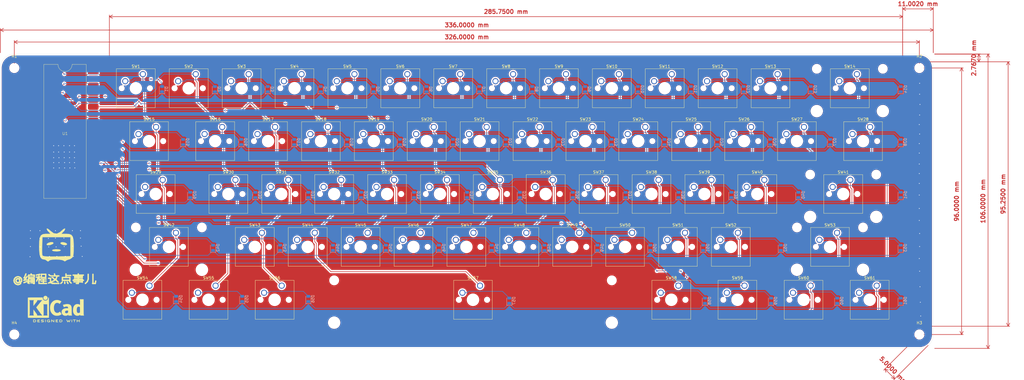
<source format=kicad_pcb>
(kicad_pcb (version 20240108) (generator "pcbnew") (generator_version "8.0")
  (layers (0 "F.Cu" signal) (31 "B.Cu" signal) (34 "B.Paste" user) (35 "F.Paste" user) (36 "B.SilkS" user "B.Silkscreen") (37 "F.SilkS" user "F.Silkscreen") (38 "B.Mask" user) (39 "F.Mask" user) (44 "Edge.Cuts" user))
  (net 0 "")
  (net 1 "Net-(D1-A)")
  (net 2 "Net-(D2-A)")
  (net 3 "Net-(D3-A)")
  (net 4 "Net-(D4-A)")
  (net 5 "Net-(D5-A)")
  (net 6 "Net-(D6-A)")
  (net 7 "Net-(D7-A)")
  (net 8 "Net-(D8-A)")
  (net 9 "Net-(D9-A)")
  (net 10 "Net-(D10-A)")
  (net 11 "Net-(D11-A)")
  (net 12 "Net-(D12-A)")
  (net 13 "Net-(D13-A)")
  (net 14 "Net-(D14-A)")
  (net 15 "Net-(D15-A)")
  (net 16 "Net-(D16-A)")
  (net 17 "Net-(D17-A)")
  (net 18 "Net-(D18-A)")
  (net 19 "Net-(D19-A)")
  (net 20 "Net-(D20-A)")
  (net 21 "Net-(D21-A)")
  (net 22 "Net-(D22-A)")
  (net 23 "Net-(D23-A)")
  (net 24 "Net-(D24-A)")
  (net 25 "Net-(D25-A)")
  (net 26 "Net-(D26-A)")
  (net 27 "Net-(D27-A)")
  (net 28 "Net-(D28-A)")
  (net 29 "Net-(D29-A)")
  (net 30 "Net-(D30-A)")
  (net 31 "Net-(D31-A)")
  (net 32 "Net-(D32-A)")
  (net 33 "Net-(D33-A)")
  (net 34 "Net-(D34-A)")
  (net 35 "Net-(D35-A)")
  (net 36 "Net-(D36-A)")
  (net 37 "Net-(D37-A)")
  (net 38 "Net-(D38-A)")
  (net 39 "Net-(D39-A)")
  (net 40 "Net-(D40-A)")
  (net 41 "Net-(D41-A)")
  (net 42 "Net-(D42-A)")
  (net 43 "Net-(D43-A)")
  (net 44 "Net-(D44-A)")
  (net 45 "Net-(D45-A)")
  (net 46 "Net-(D46-A)")
  (net 47 "Net-(D47-A)")
  (net 48 "Net-(D48-A)")
  (net 49 "Net-(D49-A)")
  (net 50 "Net-(D50-A)")
  (net 51 "Net-(D51-A)")
  (net 52 "Net-(D52-A)")
  (net 53 "Net-(D53-A)")
  (net 54 "Net-(D54-A)")
  (net 55 "Net-(D55-A)")
  (net 56 "Net-(D56-A)")
  (net 57 "Net-(D57-A)")
  (net 58 "Net-(D58-A)")
  (net 59 "Net-(D59-A)")
  (net 60 "Net-(D60-A)")
  (net 61 "Net-(D61-A)")
  (net 63 "GND")
  (net 76 "/row0")
  (net 77 "/row1")
  (net 78 "/row2")
  (net 79 "/row3")
  (net 80 "/row4")
  (net 81 "/column0")
  (net 82 "/column1")
  (net 83 "/column2")
  (net 84 "/column3")
  (net 85 "/column4")
  (net 86 "/column5")
  (net 87 "/column6")
  (net 88 "/column7")
  (net 89 "/column8")
  (net 90 "/column9")
  (net 91 "/column10")
  (net 92 "/column11")
  (net 93 "/column12")
  (net 94 "/column13")
  (footprint "Button_Switch_Keyboard:SW_Cherry_MX_1.50u_PCB" (layer "F.Cu") (at 353.2505 64.262)
    (property "Reference" "SW28")
    (property "Value" "SW_Push_45deg")
  )
  (footprint "Button_Switch_Keyboard:SW_Cherry_MX_1.00u_PCB" (layer "F.Cu") (at 248.4755 102.362)
    (property "Reference" "SW49")
    (property "Value" "SW_Push_45deg")
  )
  (footprint "Button_Switch_Keyboard:SW_Cherry_MX_1.00u_PCB" (layer "F.Cu") (at 196.088 64.262)
    (property "Reference" "SW20")
    (property "Value" "SW_Push_45deg")
  )
  (footprint "Button_Switch_Keyboard:SW_Cherry_MX_1.25u_PCB" (layer "F.Cu") (at 308.00675 121.412)
    (property "Reference" "SW59")
    (property "Value" "SW_Push_45deg")
  )
  (footprint "Button_Switch_Keyboard:SW_Cherry_MX_1.00u_PCB" (layer "F.Cu") (at 91.313 45.212)
    (property "Reference" "SW1")
    (property "Value" "SW_Push_45deg")
  )
  (footprint "Button_Switch_Keyboard:SW_Cherry_MX_1.00u_PCB" (layer "F.Cu") (at 215.138 64.262)
    (property "Reference" "SW21")
    (property "Value" "SW_Push_45deg")
  )
  (footprint "MountingHole:MountingHole_3.2mm_M3" (layer "F.Cu") (at 371 43)
    (property "Reference" "H2")
    (property "Value" "MountingHole")
  )
  (footprint "mylibrary:raspberry_pi_pico" (layer "F.Cu") (at 63.278 67.127)
    (property "Reference" "U1")
    (property "Value" "~")
  )
  (footprint "Button_Switch_Keyboard:SW_Cherry_MX_1.00u_PCB" (layer "F.Cu") (at 172.2755 102.362)
    (property "Reference" "SW45")
    (property "Value" "SW_Push_45deg")
  )
  (footprint "Button_Switch_Keyboard:SW_Cherry_MX_1.00u_PCB" (layer "F.Cu") (at 186.563 45.212)
    (property "Reference" "SW6")
    (property "Value" "SW_Push_45deg")
  )
  (footprint "Button_Switch_Keyboard:SW_Cherry_MX_2.25u_PCB" (layer "F.Cu") (at 103.21925 102.362)
    (property "Reference" "SW42")
    (property "Value" "SW_Push_45deg")
  )
  (footprint "Button_Switch_Keyboard:SW_Cherry_MX_1.50u_PCB" (layer "F.Cu") (at 96.0755 64.262)
    (property "Reference" "SW15")
    (property "Value" "SW_Push_45deg")
  )
  (footprint "Button_Switch_Keyboard:SW_Cherry_MX_1.00u_PCB" (layer "F.Cu") (at 272.288 64.262)
    (property "Reference" "SW24")
    (property "Value" "SW_Push_45deg")
  )
  (footprint "Button_Switch_Keyboard:SW_Cherry_MX_1.00u_PCB" (layer "F.Cu") (at 267.5255 102.362)
    (property "Reference" "SW50")
    (property "Value" "SW_Push_45deg")
  )
  (footprint "Button_Switch_Keyboard:SW_Cherry_MX_2.25u_PCB" (layer "F.Cu") (at 346.10675 83.312)
    (property "Reference" "SW41")
    (property "Value" "SW_Push_45deg")
  )
  (footprint "Button_Switch_Keyboard:SW_Cherry_MX_1.00u_PCB" (layer "F.Cu") (at 281.813 45.212)
    (property "Reference" "SW11")
    (property "Value" "SW_Push_45deg")
  )
  (footprint "Button_Switch_Keyboard:SW_Cherry_MX_1.00u_PCB" (layer "F.Cu") (at 129.413 45.212)
    (property "Reference" "SW3")
    (property "Value" "SW_Push_45deg")
  )
  (footprint "Button_Switch_Keyboard:SW_Cherry_MX_2.75u_PCB" (layer "F.Cu") (at 341.34425 102.362)
    (property "Reference" "SW53")
    (property "Value" "SW_Push_45deg")
  )
  (footprint "Button_Switch_Keyboard:SW_Cherry_MX_1.00u_PCB" (layer "F.Cu") (at 110.363 45.212)
    (property "Reference" "SW2")
    (property "Value" "SW_Push_45deg")
  )
  (footprint "MountingHole:MountingHole_3.2mm_M3" (layer "F.Cu") (at 45 43)
    (property "Reference" "H1")
    (property "Value" "MountingHole")
  )
  (footprint "Button_Switch_Keyboard:SW_Cherry_MX_1.00u_PCB" (layer "F.Cu") (at 277.0505 83.312)
    (property "Reference" "SW38")
    (property "Value" "SW_Push_45deg")
  )
  (footprint "Button_Switch_Keyboard:SW_Cherry_MX_1.00u_PCB" (layer "F.Cu") (at 310.388 64.262)
    (property "Reference" "SW26")
    (property "Value" "SW_Push_45deg")
  )
  (footprint "Button_Switch_Keyboard:SW_Cherry_MX_1.00u_PCB" (layer "F.Cu") (at 262.763 45.212)
    (property "Reference" "SW10")
    (property "Value" "SW_Push_45deg")
  )
  (footprint "Button_Switch_Keyboard:SW_Cherry_MX_1.00u_PCB" (layer "F.Cu") (at 124.6505 83.312)
    (property "Reference" "SW30")
    (property "Value" "SW_Push_45deg")
  )
  (footprint "Button_Switch_Keyboard:SW_Cherry_MX_1.00u_PCB" (layer "F.Cu") (at 134.1755 102.362)
    (property "Reference" "SW43")
    (property "Value" "SW_Push_45deg")
  )
  (footprint "Button_Switch_Keyboard:SW_Cherry_MX_1.25u_PCB" (layer "F.Cu") (at 331.81925 121.412)
    (property "Reference" "SW60")
    (property "Value" "SW_Push_45deg")
  )
  (footprint "Button_Switch_Keyboard:SW_Cherry_MX_1.00u_PCB" (layer "F.Cu") (at 162.7505 83.312)
    (property "Reference" "SW32")
    (property "Value" "SW_Push_45deg")
  )
  (footprint "Button_Switch_Keyboard:SW_Cherry_MX_1.00u_PCB" (layer "F.Cu") (at 181.8005 83.312)
    (property "Reference" "SW33")
    (property "Value" "SW_Push_45deg")
  )
  (footprint "Button_Switch_Keyboard:SW_Cherry_MX_1.00u_PCB" (layer "F.Cu") (at 234.188 64.262)
    (property "Reference" "SW22")
    (property "Value" "SW_Push_45deg")
  )
  (footprint "Button_Switch_Keyboard:SW_Cherry_MX_1.00u_PCB" (layer "F.Cu") (at 329.438 64.262)
    (property "Reference" "SW27")
    (property "Value" "SW_Push_45deg")
  )
  (footprint "Button_Switch_Keyboard:SW_Cherry_MX_1.25u_PCB" (layer "F.Cu") (at 141.31925 121.412)
    (property "Reference" "SW56")
    (property "Value" "SW_Push_45deg")
  )
  (footprint "Button_Switch_Keyboard:SW_Cherry_MX_1.00u_PCB" (layer "F.Cu") (at 167.513 45.212)
    (property "Reference" "SW5")
    (property "Value" "SW_Push_45deg")
  )
  (footprint "Button_Switch_Keyboard:SW_Cherry_MX_1.25u_PCB" (layer "F.Cu") (at 284.19425 121.412)
    (property "Reference" "SW58")
    (property "Value" "SW_Push_45deg")
  )
  (footprint "LOGO" (layer "F.Cu") (at 60 107)
    (property "Reference" "G***" (hide yes))
    (property "Value" "LOGO" (hide yes))
  )
  (footprint "Button_Switch_Keyboard:SW_Cherry_MX_1.00u_PCB" (layer "F.Cu") (at 177.038 64.262)
    (property "Reference" "SW19")
    (property "Value" "SW_Push_45deg")
  )
  (footprint "Symbol:KiCad-Logo2_8mm_SilkScreen" (layer "F.Cu") (at 60 129)
    (property "Reference" "REF**" (hide yes))
    (property "Value" "KiCad-Logo2_8mm_SilkScreen" (hide yes))
  )
  (footprint "MountingHole:MountingHole_3.2mm_M3" (layer "F.Cu") (at 371 139)
    (property "Reference" "H3")
    (property "Value" "MountingHole")
  )
  (footprint "Button_Switch_Keyboard:SW_Cherry_MX_1.00u_PCB" (layer "F.Cu") (at 238.9505 83.312)
    (property "Reference" "SW36")
    (property "Value" "SW_Push_45deg")
  )
  (footprint "Button_Switch_Keyboard:SW_Cherry_MX_1.00u_PCB" (layer "F.Cu") (at 315.1505 83.312)
    (property "Reference" "SW40")
    (property "Value" "SW_Push_45deg")
  )
  (footprint "Button_Switch_Keyboard:SW_Cherry_MX_1.75u_PCB" (layer "F.Cu") (at 98.45675 83.312)
    (property "Reference" "SW29")
    (property "Value" "SW_Push_45deg")
  )
  (footprint "Button_Switch_Keyboard:SW_Cherry_MX_1.00u_PCB" (layer "F.Cu") (at 148.463 45.212)
    (property "Reference" "SW4")
    (property "Value" "SW_Push_45deg")
  )
  (footprint "Button_Switch_Keyboard:SW_Cherry_MX_1.00u_PCB" (layer "F.Cu") (at 191.3255 102.362)
    (property "Reference" "SW46")
    (property "Value" "SW_Push_45deg")
  )
  (footprint "Button_Switch_Keyboard:SW_Cherry_MX_1.00u_PCB" (layer "F.Cu") (at 286.5755 102.362)
    (property "Reference" "SW51")
    (property "Value" "SW_Push_45deg")
  )
  (footprint "Button_Switch_Keyboard:SW_Cherry_MX_1.25u_PCB" (layer "F.Cu") (at 93.69425 121.412)
    (property "Reference" "SW54")
    (property "Value" "SW_Push_45deg")
  )
  (footprint "Button_Switch_Keyboard:SW_Cherry_MX_1.00u_PCB" (layer "F.Cu") (at 224.663 45.212)
    (property "Reference" "SW8")
    (property "Value" "SW_Push_45deg")
  )
  (footprint "Button_Switch_Keyboard:SW_Cherry_MX_1.00u_PCB" (layer "F.Cu") (at 291.338 64.262)
    (property "Reference" "SW25")
    (property "Value" "SW_Push_45deg")
  )
  (footprint "Button_Switch_Keyboard:SW_Cherry_MX_1.00u_PCB" (layer "F.Cu") (at 119.888 64.262)
    (property "Reference" "SW16")
    (property "Value" "SW_Push_45deg")
  )
  (footprint "Button_Switch_Keyboard:SW_Cherry_MX_6.25u_PCB" (layer "F.Cu") (at 212.75675 121.412)
    (property "Reference" "SW57")
    (property "Value" "SW_Push_45deg")
  )
  (footprint "Button_Switch_Keyboard:SW_Cherry_MX_1.00u_PCB" (layer "F.Cu") (at 210.3755 102.362)
    (property "Reference" "SW47")
    (property "Value" "SW_Push_45deg")
  )
  (footprint "MountingHole:MountingHole_3.2mm_M3" (layer "F.Cu") (at 45 139)
    (property "Reference" "H4")
    (property "Value" "MountingHole")
  )
  (footprint "Button_Switch_Keyboard:SW_Cherry_MX_1.00u_PCB" (layer "F.Cu") (at 243.713 45.212)
    (property "Reference" "SW9")
    (property "Value" "SW_Push_45deg")
  )
  (footprint "Button_Switch_Keyboard:SW_Cherry_MX_1.00u_PCB" (layer "F.Cu") (at 153.2255 102.362)
    (property "Reference" "SW44")
    (property "Value" "SW_Push_45deg")
  )
  (footprint "Button_Switch_Keyboard:SW_Cherry_MX_1.00u_PCB" (layer "F.Cu") (at 205.613 45.212)
    (property "Reference" "SW7")
    (property "Value" "SW_Push_45deg")
  )
  (footprint "Button_Switch_Keyboard:SW_Cherry_MX_1.00u_PCB" (layer "F.Cu") (at 143.7005 83.312)
    (property "Reference" "SW31")
    (property "Value" "SW_Push_45deg")
  )
  (footprint "Button_Switch_Keyboard:SW_Cherry_MX_1.25u_PCB" (layer "F.Cu") (at 117.50675 121.412)
    (property "Reference" "SW55")
    (property "Value" "SW_Push_45deg")
  )
  (footprint "Button_Switch_Keyboard:SW_Cherry_MX_1.25u_PCB" (layer "F.Cu") (at 355.63175 121.412)
    (property "Reference" "SW61")
    (property "Value" "SW_Push_45deg")
  )
  (footprint "Button_Switch_Keyboard:SW_Cherry_MX_1.00u_PCB" (layer "F.Cu") (at 319.913 45.212)
    (property "Reference" "SW13")
    (property "Value" "SW_Push_45deg")
  )
  (footprint "Button_Switch_Keyboard:SW_Cherry_MX_1.00u_PCB" (layer "F.Cu") (at 300.863 45.212)
    (property "Reference" "SW12")
    (property "Value" "SW_Push_45deg")
  )
  (footprint "Button_Switch_Keyboard:SW_Cherry_MX_1.00u_PCB" (layer "F.Cu") (at 229.4255 102.362)
    (property "Reference" "SW48")
    (property "Value" "SW_Push_45deg")
  )
  (footprint "Button_Switch_Keyboard:SW_Cherry_MX_1.00u_PCB" (layer "F.Cu") (at 138.938 64.262)
    (property "Reference" "SW17")
    (property "Value" "SW_Push_45deg")
  )
  (footprint "Button_Switch_Keyboard:SW_Cherry_MX_1.00u_PCB" (layer "F.Cu") (at 253.238 64.262)
    (property "Reference" "SW23")
    (property "Value" "SW_Push_45deg")
  )
  (footprint "Button_Switch_Keyboard:SW_Cherry_MX_1.00u_PCB" (layer "F.Cu") (at 219.9005 83.312)
    (property "Reference" "SW35")
    (property "Value" "SW_Push_45deg")
  )
  (footprint "Button_Switch_Keyboard:SW_Cherry_MX_1.00u_PCB" (layer "F.Cu") (at 200.8505 83.312)
    (property "Reference" "SW34")
    (property "Value" "SW_Push_45deg")
  )
  (footprint "Button_Switch_Keyboard:SW_Cherry_MX_1.00u_PCB" (layer "F.Cu") (at 305.6255 102.362)
    (property "Reference" "SW52")
    (property "Value" "SW_Push_45deg")
  )
  (footprint "Button_Switch_Keyboard:SW_Cherry_MX_1.00u_PCB" (layer "F.Cu") (at 157.988 64.262)
    (property "Reference" "SW18")
    (property "Value" "SW_Push_45deg")
  )
  (footprint "Button_Switch_Keyboard:SW_Cherry_MX_2.00u_PCB" (layer "F.Cu") (at 348.488 45.212)
    (property "Reference" "SW14")
    (property "Value" "SW_Push_45deg")
  )
  (footprint "Button_Switch_Keyboard:SW_Cherry_MX_1.00u_PCB" (layer "F.Cu") (at 258.0005 83.312)
    (property "Reference" "SW37")
    (property "Value" "SW_Push_45deg")
  )
  (footprint "Button_Switch_Keyboard:SW_Cherry_MX_1.00u_PCB" (layer "F.Cu") (at 296.1005 83.312)
    (property "Reference" "SW39")
    (property "Value" "SW_Push_45deg")
  )
  (footprint "Diode_SMD:D_0805_2012Metric" (layer "B.Cu") (at 327.438 88.717 90)
    (property "Reference" "D40")
    (property "Value" "D")
  )
  (footprint "Diode_SMD:D_0805_2012Metric" (layer "B.Cu") (at 169.958 88.717 90)
    (property "Reference" "D32")
    (property "Value" "D")
  )
  (footprint "Diode_SMD:D_0805_2012Metric" (layer "B.Cu") (at 227.108 88.717 90)
    (property "Reference" "D35")
    (property "Value" "D")
  )
  (footprint "Diode_SMD:D_0805_2012Metric" (layer "B.Cu") (at 298.228 69.6545 90)
    (property "Reference" "D25")
    (property "Value" "D")
  )
  (footprint "Diode_SMD:D_0805_2012Metric" (layer "B.Cu") (at 255.048 107.7545 90)
    (property "Reference" "D49")
    (property "Value" "D")
  )
  (footprint "Diode_SMD:D_0805_2012Metric" (layer "B.Cu") (at 127.0955 126.182 90)
    (property "Reference" "D55")
    (property "Value" "D")
  )
  (footprint "Diode_SMD:D_0805_2012Metric" (layer "B.Cu") (at 293.148 107.7545 90)
    (property "Reference" "D51")
    (property "Value" "D")
  )
  (footprint "Diode_SMD:D_0805_2012Metric" (layer "B.Cu") (at 164.878 69.6545 90)
    (property "Reference" "D18")
    (property "Value" "D")
  )
  (footprint "Diode_SMD:D_0805_2012Metric" (layer "B.Cu") (at 307.753 50.6045 90)
    (property "Reference" "D12")
    (property "Value" "D")
  )
  (footprint "Diode_SMD:D_0805_2012Metric" (layer "B.Cu") (at 193.453 50.6045 90)
    (property "Reference" "D6")
    (property "Value" "D")
  )
  (footprint "Diode_SMD:D_0805_2012Metric" (layer "B.Cu") (at 136.303 50.6045 90)
    (property "Reference" "D3")
    (property "Value" "D")
  )
  (footprint "Diode_SMD:D_0805_2012Metric" (layer "B.Cu") (at 231.553 50.6045 90)
    (property "Reference" "D8")
    (property "Value" "D")
  )
  (footprint "Diode_SMD:D_0805_2012Metric" (layer "B.Cu") (at 269.653 50.6045 90)
    (property "Reference" "D10")
    (property "Value" "D")
  )
  (footprint "Diode_SMD:D_0805_2012Metric" (layer "B.Cu") (at 364.268 50.617 90)
    (property "Reference" "D14")
    (property "Value" "D")
  )
  (footprint "Diode_SMD:D_0805_2012Metric" (layer "B.Cu") (at 126.778 69.6545 90)
    (property "Reference" "D16")
    (property "Value" "D")
  )
  (footprint "Diode_SMD:D_0805_2012Metric" (layer "B.Cu") (at 131.858 88.717 90)
    (property "Reference" "D30")
    (property "Value" "D")
  )
  (footprint "Diode_SMD:D_0805_2012Metric" (layer "B.Cu") (at 250.603 50.6045 90)
    (property "Reference" "D9")
    (property "Value" "D")
  )
  (footprint "Diode_SMD:D_0805_2012Metric" (layer "B.Cu") (at 364.268 88.717 90)
    (property "Reference" "D41")
    (property "Value" "D")
  )
  (footprint "Diode_SMD:D_0805_2012Metric" (layer "B.Cu") (at 331.883 50.6045 90)
    (property "Reference" "D13")
    (property "Value" "D")
  )
  (footprint "Diode_SMD:D_0805_2012Metric" (layer "B.Cu") (at 321.088 107.7545 90)
    (property "Reference" "D52")
    (property "Value" "D")
  )
  (footprint "Diode_SMD:D_0805_2012Metric" (layer "B.Cu") (at 202.978 69.6545 90)
    (property "Reference" "D20")
    (property "Value" "D")
  )
  (footprint "Diode_SMD:D_0805_2012Metric" (layer "B.Cu") (at 223.298 126.817 90)
    (property "Reference" "D57")
    (property "Value" "D")
  )
  (footprint "Diode_SMD:D_0805_2012Metric" (layer "B.Cu") (at 260.128 69.6545 90)
    (property "Reference" "D23")
    (property "Value" "D")
  )
  (footprint "Diode_SMD:D_0805_2012Metric" (layer "B.Cu") (at 150.908 88.717 90)
    (property "Reference" "D31")
    (property "Value" "D")
  )
  (footprint "Diode_SMD:D_0805_2012Metric" (layer "B.Cu") (at 212.503 50.6045 90)
    (property "Reference" "D7")
    (property "Value" "D")
  )
  (footprint "Diode_SMD:D_0805_2012Metric" (layer "B.Cu") (at 216.948 107.7545 90)
    (property "Reference" "D47")
    (property "Value" "D")
  )
  (footprint "Diode_SMD:D_0805_2012Metric" (layer "B.Cu") (at 116.618 107.767 90)
    (property "Reference" "D42")
    (property "Value" "D")
  )
  (footprint "Diode_SMD:D_0805_2012Metric" (layer "B.Cu") (at 364.268 107.767 90)
    (property "Reference" "D53")
    (property "Value" "D")
  )
  (footprint "Diode_SMD:D_0805_2012Metric" (layer "B.Cu") (at 293.783 126.8295 90)
    (property "Reference" "D58")
    (property "Value" "D")
  )
  (footprint "Diode_SMD:D_0805_2012Metric" (layer "B.Cu") (at 241.078 69.6545 90)
    (property "Reference" "D22")
    (property "Value" "D")
  )
  (footprint "Diode_SMD:D_0805_2012Metric" (layer "B.Cu") (at 117.253 50.6045 90)
    (property "Reference" "D2")
    (property "Value" "D")
  )
  (footprint "Diode_SMD:D_0805_2012Metric" (layer "B.Cu") (at 197.898 107.7545 90)
    (property "Reference" "D46")
    (property "Value" "D")
  )
  (footprint "Diode_SMD:D_0805_2012Metric" (layer "B.Cu") (at 303.308 88.717 90)
    (property "Reference" "D39")
    (property "Value" "D")
  )
  (footprint "Diode_SMD:D_0805_2012Metric" (layer "B.Cu") (at 150.908 126.182 90)
    (property "Reference" "D56")
    (property "Value" "D")
  )
  (footprint "Diode_SMD:D_0805_2012Metric" (layer "B.Cu") (at 189.008 88.717 90)
    (property "Reference" "D33")
    (property "Value" "D")
  )
  (footprint "Diode_SMD:D_0805_2012Metric" (layer "B.Cu") (at 108.363 88.717 90)
    (property "Reference" "D29")
    (property "Value" "D")
  )
  (footprint "Diode_SMD:D_0805_2012Metric" (layer "B.Cu") (at 279.178 69.6545 90)
    (property "Reference" "D24")
    (property "Value" "D")
  )
  (footprint "Diode_SMD:D_0805_2012Metric" (layer "B.Cu") (at 235.998 107.7545 90)
    (property "Reference" "D48")
    (property "Value" "D")
  )
  (footprint "Diode_SMD:D_0805_2012Metric" (layer "B.Cu") (at 140.748 107.7545 90)
    (property "Reference" "D43")
    (property "Value" "D")
  )
  (footprint "Diode_SMD:D_0805_2012Metric" (layer "B.Cu") (at 208.058 88.717 90)
    (property "Reference" "D34")
    (property "Value" "D")
  )
  (footprint "Diode_SMD:D_0805_2012Metric" (layer "B.Cu") (at 105.823 69.667 90)
    (property "Reference" "D15")
    (property "Value" "D")
  )
  (footprint "Diode_SMD:D_0805_2012Metric" (layer "B.Cu") (at 145.828 69.6545 90)
    (property "Reference" "D17")
    (property "Value" "D")
  )
  (footprint "Diode_SMD:D_0805_2012Metric" (layer "B.Cu") (at 98.203 50.6045 90)
    (property "Reference" "D1")
    (property "Value" "D")
  )
  (footprint "Diode_SMD:D_0805_2012Metric" (layer "B.Cu") (at 183.928 69.6545 90)
    (property "Reference" "D19")
    (property "Value" "D")
  )
  (footprint "Diode_SMD:D_0805_2012Metric" (layer "B.Cu") (at 341.408 126.8295 90)
    (property "Reference" "D60")
    (property "Value" "D")
  )
  (footprint "Diode_SMD:D_0805_2012Metric" (layer "B.Cu") (at 265.208 88.717 90)
    (property "Reference" "D37")
    (property "Value" "D")
  )
  (footprint "Diode_SMD:D_0805_2012Metric" (layer "B.Cu") (at 222.028 69.6545 90)
    (property "Reference" "D21")
    (property "Value" "D")
  )
  (footprint "Diode_SMD:D_0805_2012Metric" (layer "B.Cu") (at 155.353 50.6045 90)
    (property "Reference" "D4")
    (property "Value" "D")
  )
  (footprint "Diode_SMD:D_0805_2012Metric" (layer "B.Cu") (at 338.868 69.6545 90)
    (property "Reference" "D27")
    (property "Value" "D")
  )
  (footprint "Diode_SMD:D_0805_2012Metric" (layer "B.Cu") (at 317.278 69.6545 90)
    (property "Reference" "D26")
    (property "Value" "D")
  )
  (footprint "Diode_SMD:D_0805_2012Metric" (layer "B.Cu") (at 364.268 69.667 90)
    (property "Reference" "D28")
    (property "Value" "D")
  )
  (footprint "Diode_SMD:D_0805_2012Metric" (layer "B.Cu") (at 288.703 50.6045 90)
    (property "Reference" "D11")
    (property "Value" "D")
  )
  (footprint "Diode_SMD:D_0805_2012Metric" (layer "B.Cu") (at 246.158 88.717 90)
    (property "Reference" "D36")
    (property "Value" "D")
  )
  (footprint "Diode_SMD:D_0805_2012Metric" (layer "B.Cu") (at 284.258 88.717 90)
    (property "Reference" "D38")
    (property "Value" "D")
  )
  (footprint "Diode_SMD:D_0805_2012Metric" (layer "B.Cu") (at 103.283 126.182 90)
    (property "Reference" "D54")
    (property "Value" "D")
  )
  (footprint "Diode_SMD:D_0805_2012Metric" (layer "B.Cu") (at 178.848 107.7545 90)
    (property "Reference" "D45")
    (property "Value" "D")
  )
  (footprint "Diode_SMD:D_0805_2012Metric" (layer "B.Cu") (at 174.403 50.6045 90)
    (property "Reference" "D5")
    (property "Value" "D")
  )
  (footprint "Diode_SMD:D_0805_2012Metric" (layer "B.Cu") (at 159.798 107.7545 90)
    (property "Reference" "D44")
    (property "Value" "D")
  )
  (footprint "Diode_SMD:D_0805_2012Metric" (layer "B.Cu") (at 274.098 107.7545 90)
    (property "Reference" "D50")
    (property "Value" "D")
  )
  (footprint "Diode_SMD:D_0805_2012Metric" (layer "B.Cu") (at 317.5955 126.8295 90)
    (property "Reference" "D59")
    (property "Value" "D")
  )
  (footprint "Diode_SMD:D_0805_2012Metric" (layer "B.Cu") (at 364.268 126.8295 90)
    (property "Reference" "D61")
    (property "Value" "D")
  )
  (gr_line (start 376 43) (end 376 139) (stroke (width 0.05)) (layer "Edge.Cuts"))
  (gr_arc (start 376 139) (mid 374.535534 142.535534) (end 371 144) (stroke (width 0.05)) (layer "Edge.Cuts"))
  (gr_line (start 40 139) (end 40 43) (stroke (width 0.05)) (layer "Edge.Cuts"))
  (gr_arc (start 45 144) (mid 41.464466 142.535534) (end 40 139) (stroke (width 0.05)) (layer "Edge.Cuts"))
  (gr_line (start 371 144) (end 45 144) (stroke (width 0.05)) (layer "Edge.Cuts"))
  (gr_line (start 45 38) (end 371 38) (stroke (width 0.05)) (layer "Edge.Cuts"))
  (gr_arc (start 371 38) (mid 374.535534 39.464466) (end 376 43) (stroke (width 0.05)) (layer "Edge.Cuts"))
  (gr_arc (start 40 43) (mid 41.464466 39.464466) (end 45 38) (stroke (width 0.05)) (layer "Edge.Cuts"))
  (gr_text "@编程这点事儿" (at 44 121 0) (layer "F.SilkS") (effects (font (size 3 3) (thickness 0.5) (bold yes)) (justify left bottom)))
  (dimension (type aligned) (layer "F.Cu") (pts (xy 364.998 40.767) (xy 79.248 40.767)) (height 16.255999) (gr_text "285.7500 mm" (at 222.123 22.711001 0) (layer "F.Cu") (effects (font (size 1.5 1.5) (thickness 0.3)))) (format (prefix "") (suffix "") (units 3) (units_format 1) (precision 4)) (style (thickness 0.2) (arrow_length 1.27) (text_position_mode 0) (extension_height 0.58642) (extension_offset 0.5) keep_text_aligned))
  (dimension (type aligned) (layer "F.Cu") (pts (xy 364.998 136.017) (xy 364.998 40.767)) (height 37.973) (gr_text "95.2500 mm" (at 401.171 88.392 90) (layer "F.Cu") (effects (font (size 1.5 1.5) (thickness 0.3)))) (format (prefix "") (suffix "") (units 3) (units_format 1) (precision 4)) (style (thickness 0.2) (arrow_length 1.27) (text_position_mode 0) (extension_height 0.58642) (extension_offset 0.5) keep_text_aligned))
  (dimension (type aligned) (layer "F.Cu") (pts (xy 45 43) (xy 371 43)) (height -9.345) (gr_text "326.0000 mm" (at 208 31.855 0) (layer "F.Cu") (effects (font (size 1.5 1.5) (thickness 0.3)))) (format (prefix "") (suffix "") (units 3) (units_format 1) (precision 4)) (style (thickness 0.2) (arrow_length 1.27) (text_position_mode 0) (extension_height 0.58642) (extension_offset 0.5) keep_text_aligned))
  (dimension (type aligned) (layer "F.Cu") (pts (xy 376 38) (xy 376 144)) (height -19.732) (gr_text "106.0000 mm" (at 393.932 91 90) (layer "F.Cu") (effects (font (size 1.5 1.5) (thickness 0.3)))) (format (prefix "") (suffix "") (units 3) (units_format 1) (precision 4)) (style (thickness 0.2) (arrow_length 1.27) (text_position_mode 0) (extension_height 0.58642) (extension_offset 0.5) keep_text_aligned))
  (dimension (type aligned) (layer "F.Cu") (pts (xy 371 139) (xy 371 43)) (height 15.207) (gr_text "96.0000 mm" (at 384.407 91 90) (layer "F.Cu") (effects (font (size 1.5 1.5) (thickness 0.3)))) (format (prefix "") (suffix "") (units 3) (units_format 1) (precision 4)) (style (thickness 0.2) (arrow_length 1.27) (text_position_mode 0) (extension_height 0.58642) (extension_offset 0.5) keep_text_aligned))
  (dimension (type aligned) (layer "F.Cu") (pts (xy 371 139) (xy 374.535534 142.535534)) (height 17.564773) (gr_text "5.0000 mm" (at 361.620389 151.915145 315) (layer "F.Cu") (effects (font (size 1.5 1.5) (thickness 0.3)))) (format (prefix "") (suffix "") (units 3) (units_format 1) (precision 4)) (style (thickness 0.2) (arrow_length 1.27) (text_position_mode 0) (extension_height 0.58642) (extension_offset 0.5) keep_text_aligned))
  (dimension (type aligned) (layer "F.Cu") (pts (xy 40 38) (xy 376 38)) (height -8.663) (gr_text "336.0000 mm" (at 208 27.537 0) (layer "F.Cu") (effects (font (size 1.5 1.5) (thickness 0.3)))) (format (prefix "") (suffix "") (units 3) (units_format 1) (precision 4)) (style (thickness 0.2) (arrow_length 1.27) (text_position_mode 0) (extension_height 0.58642) (extension_offset 0.5) keep_text_aligned))
  (dimension (type orthogonal) (layer "F.Cu") (pts (xy 364.998 40.767) (xy 376 38)) (height 27.432) (orientation 1) (gr_text "2.7670 mm" (at 390.63 39.3835 90) (layer "F.Cu") (effects (font (size 1.5 1.5) (thickness 0.3)))) (format (prefix "") (suffix "") (units 3) (units_format 1) (precision 4)) (style (thickness 0.2) (arrow_length 1.27) (text_position_mode 0) (extension_height 0.58642) (extension_offset 0.5) keep_text_aligned))
  (dimension (type orthogonal) (layer "F.Cu") (pts (xy 364.998 40.767) (xy 376 38)) (height -19.05) (orientation 0) (gr_text "11.0020 mm" (at 370.499 19.917 0) (layer "F.Cu") (effects (font (size 1.5 1.5) (thickness 0.3)))) (format (prefix "") (suffix "") (units 3) (units_format 1) (precision 4)) (style (thickness 0.2) (arrow_length 1.27) (text_position_mode 0) (extension_height 0.58642) (extension_offset 0.5) keep_text_aligned))
  (segment (start 96.774 46.99) (end 97.663 47.879) (width 0.2) (layer "F.Cu") (net 1))
  (segment (start 94.234 46.99) (end 96.774 46.99) (width 0.2) (layer "F.Cu") (net 1))
  (via (at 97.663 47.879) (size 0.6) (drill 0.3) (layers "F.Cu" "B.Cu") (net 1))
  (via (at 94.234 46.99) (size 0.6) (drill 0.3) (layers "F.Cu" "B.Cu") (net 1))
  (segment (start 98.171 49.635) (end 98.203 49.667) (width 0.2) (layer "B.Cu") (net 1))
  (segment (start 97.663 47.879) (end 98.171 48.387) (width 0.2) (layer "B.Cu") (net 1))
  (segment (start 94.234 46.99) (end 88.265 46.99) (width 0.2) (layer "B.Cu") (net 1))
  (segment (start 88.265 46.99) (end 87.503 47.752) (width 0.2) (layer "B.Cu") (net 1))
  (segment (start 98.171 48.387) (end 98.171 49.635) (width 0.2) (layer "B.Cu") (net 1))
  (segment (start 87.503 47.752) (end 84.963 47.752) (width 0.2) (layer "B.Cu") (net 1))
  (segment (start 104.013 47.752) (end 106.426 47.752) (width 0.2) (layer "B.Cu") (net 2))
  (segment (start 114.83 47.244) (end 117.253 49.667) (width 0.2) (layer "B.Cu") (net 2))
  (segment (start 106.934 47.244) (end 114.83 47.244) (width 0.2) (layer "B.Cu") (net 2))
  (segment (start 106.426 47.752) (end 106.934 47.244) (width 0.2) (layer "B.Cu") (net 2))
  (segment (start 134.007 47.371) (end 136.303 49.667) (width 0.2) (layer "B.Cu") (net 3))
  (segment (start 125.73 47.371) (end 134.007 47.371) (width 0.2) (layer "B.Cu") (net 3))
  (segment (start 125.349 47.752) (end 125.73 47.371) (width 0.2) (layer "B.Cu") (net 3))
  (segment (start 123.063 47.752) (end 125.349 47.752) (width 0.2) (layer "B.Cu") (net 3))
  (segment (start 153.057 47.371) (end 155.353 49.667) (width 0.2) (layer "B.Cu") (net 4))
  (segment (start 144.399 47.752) (end 144.78 47.371) (width 0.2) (layer "B.Cu") (net 4))
  (segment (start 142.113 47.752) (end 144.399 47.752) (width 0.2) (layer "B.Cu") (net 4))
  (segment (start 144.78 47.371) (end 153.057 47.371) (width 0.2) (layer "B.Cu") (net 4))
  (segment (start 171.853 47.117) (end 174.403 49.667) (width 0.2) (layer "B.Cu") (net 5))
  (segment (start 161.163 47.752) (end 163.576 47.752) (width 0.2) (layer "B.Cu") (net 5))
  (segment (start 164.211 47.117) (end 171.853 47.117) (width 0.2) (layer "B.Cu") (net 5))
  (segment (start 163.576 47.752) (end 164.211 47.117) (width 0.2) (layer "B.Cu") (net 5))
  (segment (start 181.991 47.752) (end 182.499 47.244) (width 0.2) (layer "B.Cu") (net 6))
  (segment (start 182.499 47.244) (end 191.03 47.244) (width 0.2) (layer "B.Cu") (net 6))
  (segment (start 191.03 47.244) (end 193.453 49.667) (width 0.2) (layer "B.Cu") (net 6))
  (segment (start 180.213 47.752) (end 181.991 47.752) (width 0.2) (layer "B.Cu") (net 6))
  (segment (start 201.676 47.244) (end 210.08 47.244) (width 0.2) (layer "B.Cu") (net 7))
  (segment (start 210.08 47.244) (end 212.503 49.667) (width 0.2) (layer "B.Cu") (net 7))
  (segment (start 199.263 47.752) (end 201.168 47.752) (width 0.2) (layer "B.Cu") (net 7))
  (segment (start 201.168 47.752) (end 201.676 47.244) (width 0.2) (layer "B.Cu") (net 7))
  (segment (start 218.313 47.752) (end 220.345 47.752) (width 0.2) (layer "B.Cu") (net 8))
  (segment (start 220.345 47.752) (end 220.853 47.244) (width 0.2) (layer "B.Cu") (net 8))
  (segment (start 229.13 47.244) (end 231.553 49.667) (width 0.2) (layer "B.Cu") (net 8))
  (segment (start 220.853 47.244) (end 229.13 47.244) (width 0.2) (layer "B.Cu") (net 8))
  (segment (start 239.395 47.752) (end 240.157 46.99) (width 0.2) (layer "B.Cu") (net 9))
  (segment (start 247.926 46.99) (end 250.603 49.667) (width 0.2) (layer "B.Cu") (net 9))
  (segment (start 240.157 46.99) (end 247.926 46.99) (width 0.2) (layer "B.Cu") (net 9))
  (segment (start 237.363 47.752) (end 239.395 47.752) (width 0.2) (layer "B.Cu") (net 9))
  (segment (start 267.23 47.244) (end 269.653 49.667) (width 0.2) (layer "B.Cu") (net 10))
  (segment (start 258.318 47.752) (end 258.826 47.244) (width 0.2) (layer "B.Cu") (net 10))
  (segment (start 258.826 47.244) (end 267.23 47.244) (width 0.2) (layer "B.Cu") (net 10))
  (segment (start 256.413 47.752) (end 258.318 47.752) (width 0.2) (layer "B.Cu") (net 10))
  (segment (start 277.749 47.752) (end 278.257 47.244) (width 0.2) (layer "B.Cu") (net 11))
  (segment (start 275.463 47.752) (end 277.749 47.752) (width 0.2) (layer "B.Cu") (net 11))
  (segment (start 286.258 47.244) (end 288.681 49.667) (width 0.2) (layer "B.Cu") (net 11))
  (segment (start 278.257 47.244) (end 286.258 47.244) (width 0.2) (layer "B.Cu") (net 11))
  (segment (start 288.681 49.667) (end 288.703 49.667) (width 0.2) (layer "B.Cu") (net 11))
  (segment (start 296.926 47.371) (end 305.457 47.371) (width 0.2) (layer "B.Cu") (net 12))
  (segment (start 305.457 47.371) (end 307.753 49.667) (width 0.2) (layer "B.Cu") (net 12))
  (segment (start 294.513 47.752) (end 296.545 47.752) (width 0.2) (layer "B.Cu") (net 12))
  (segment (start 296.545 47.752) (end 296.926 47.371) (width 0.2) (layer "B.Cu") (net 12))
  (segment (start 329.311 47.117) (end 331.861 49.667) (width 0.2) (layer "B.Cu") (net 13))
  (segment (start 315.468 47.752) (end 316.103 47.117) (width 0.2) (layer "B.Cu") (net 13))
  (segment (start 316.103 47.117) (end 329.311 47.117) (width 0.2) (layer "B.Cu") (net 13))
  (segment (start 331.861 49.667) (end 331.883 49.667) (width 0.2) (layer "B.Cu") (net 13))
  (segment (start 313.563 47.752) (end 315.468 47.752) (width 0.2) (layer "B.Cu") (net 13))
  (segment (start 344.043 47.752) (end 344.424 47.371) (width 0.2) (layer "B.Cu") (net 14))
  (segment (start 361.9595 47.371) (end 364.268 49.6795) (width 0.2) (layer "B.Cu") (net 14))
  (segment (start 342.138 47.752) (end 344.043 47.752) (width 0.2) (layer "B.Cu") (net 14))
  (segment (start 344.424 47.371) (end 361.9595 47.371) (width 0.2) (layer "B.Cu") (net 14))
  (segment (start 92.202 66.294) (end 103.3875 66.294) (width 0.2) (layer "B.Cu") (net 15))
  (segment (start 89.7255 66.802) (end 91.694 66.802) (width 0.2) (layer "B.Cu") (net 15))
  (segment (start 103.3875 66.294) (end 105.823 68.7295) (width 0.2) (layer "B.Cu") (net 15))
  (segment (start 91.694 66.802) (end 92.202 66.294) (width 0.2) (layer "B.Cu") (net 15))
  (segment (start 124.228 66.167) (end 126.778 68.717) (width 0.2) (layer "B.Cu") (net 16))
  (segment (start 113.538 66.802) (end 115.57 66.802) (width 0.2) (layer "B.Cu") (net 16))
  (segment (start 115.57 66.802) (end 116.205 66.167) (width 0.2) (layer "B.Cu") (net 16))
  (segment (start 116.205 66.167) (end 124.228 66.167) (width 0.2) (layer "B.Cu") (net 16))
  (segment (start 134.493 66.802) (end 134.874 66.421) (width 0.2) (layer "B.Cu") (net 17))
  (segment (start 143.532 66.421) (end 145.828 68.717) (width 0.2) (layer "B.Cu") (net 17))
  (segment (start 132.588 66.802) (end 134.493 66.802) (width 0.2) (layer "B.Cu") (net 17))
  (segment (start 134.874 66.421) (end 143.532 66.421) (width 0.2) (layer "B.Cu") (net 17))
  (segment (start 153.924 66.548) (end 162.709 66.548) (width 0.2) (layer "B.Cu") (net 18))
  (segment (start 162.709 66.548) (end 164.878 68.717) (width 0.2) (layer "B.Cu") (net 18))
  (segment (start 151.638 66.802) (end 153.67 66.802) (width 0.2) (layer "B.Cu") (net 18))
  (segment (start 153.67 66.802) (end 153.924 66.548) (width 0.2) (layer "B.Cu") (net 18))
  (segment (start 170.688 66.802) (end 172.593 66.802) (width 0.2) (layer "B.Cu") (net 19))
  (segment (start 181.759 66.548) (end 183.928 68.717) (width 0.2) (layer "B.Cu") (net 19))
  (segment (start 172.847 66.548) (end 181.759 66.548) (width 0.2) (layer "B.Cu") (net 19))
  (segment (start 172.593 66.802) (end 172.847 66.548) (width 0.2) (layer "B.Cu") (net 19))
  (segment (start 191.77 66.802) (end 192.278 66.294) (width 0.2) (layer "B.Cu") (net 20))
  (segment (start 189.738 66.802) (end 191.77 66.802) (width 0.2) (layer "B.Cu") (net 20))
  (segment (start 192.278 66.294) (end 200.555 66.294) (width 0.2) (layer "B.Cu") (net 20))
  (segment (start 200.555 66.294) (end 202.978 68.717) (width 0.2) (layer "B.Cu") (net 20))
  (segment (start 210.566 66.802) (end 210.947 66.421) (width 0.2) (layer "B.Cu") (net 21))
  (segment (start 219.732 66.421) (end 222.028 68.717) (width 0.2) (layer "B.Cu") (net 21))
  (segment (start 208.788 66.802) (end 210.566 66.802) (width 0.2) (layer "B.Cu") (net 21))
  (segment (start 210.947 66.421) (end 219.732 66.421) (width 0.2) (layer "B.Cu") (net 21))
  (segment (start 238.528 66.167) (end 241.078 68.717) (width 0.2) (layer "B.Cu") (net 22))
  (segment (start 230.632 66.167) (end 238.528 66.167) (width 0.2) (layer "B.Cu") (net 22))
  (segment (start 229.997 66.802) (end 230.632 66.167) (width 0.2) (layer "B.Cu") (net 22))
  (segment (start 227.838 66.802) (end 229.997 66.802) (width 0.2) (layer "B.Cu") (net 22))
  (segment (start 248.539 66.802) (end 249.174 66.167) (width 0.2) (layer "B.Cu") (net 23))
  (segment (start 249.174 66.167) (end 257.578 66.167) (width 0.2) (layer "B.Cu") (net 23))
  (segment (start 257.578 66.167) (end 260.128 68.717) (width 0.2) (layer "B.Cu") (net 23))
  (segment (start 246.888 66.802) (end 248.539 66.802) (width 0.2) (layer "B.Cu") (net 23))
  (segment (start 265.938 66.802) (end 267.589 66.802) (width 0.2) (layer "B.Cu") (net 24))
  (segment (start 267.589 66.802) (end 268.224 66.167) (width 0.2) (layer "B.Cu") (net 24))
  (segment (start 276.628 66.167) (end 279.178 68.717) (width 0.2) (layer "B.Cu") (net 24))
  (segment (start 268.224 66.167) (end 276.628 66.167) (width 0.2) (layer "B.Cu") (net 24))
  (segment (start 295.805 66.294) (end 298.228 68.717) (width 0.2) (layer "B.Cu") (net 25))
  (segment (start 284.988 66.802) (end 286.893 66.802) (width 0.2) (layer "B.Cu") (net 25))
  (segment (start 287.401 66.294) (end 295.805 66.294) (width 0.2) (layer "B.Cu") (net 25))
  (segment (start 286.893 66.802) (end 287.401 66.294) (width 0.2) (layer "B.Cu") (net 25))
  (segment (start 314.855 66.294) (end 317.278 68.717) (width 0.2) (layer "B.Cu") (net 26))
  (segment (start 306.197 66.294) (end 314.855 66.294) (width 0.2) (layer "B.Cu") (net 26))
  (segment (start 304.038 66.802) (end 305.689 66.802) (width 0.2) (layer "B.Cu") (net 26))
  (segment (start 305.689 66.802) (end 306.197 66.294) (width 0.2) (layer "B.Cu") (net 26))
  (segment (start 324.993 66.421) (end 336.572 66.421) (width 0.2) (layer "B.Cu") (net 27))
  (segment (start 323.088 66.802) (end 324.612 66.802) (width 0.2) (layer "B.Cu") (net 27))
  (segment (start 324.612 66.802) (end 324.993 66.421) (width 0.2) (layer "B.Cu") (net 27))
  (segment (start 336.572 66.421) (end 338.868 68.717) (width 0.2) (layer "B.Cu") (net 27))
  (segment (start 361.9595 66.421) (end 364.268 68.7295) (width 0.2) (layer "B.Cu") (net 28))
  (segment (start 346.9005 66.802) (end 348.615 66.802) (width 0.2) (layer "B.Cu") (net 28))
  (segment (start 348.996 66.421) (end 361.9595 66.421) (width 0.2) (layer "B.Cu") (net 28))
  (segment (start 348.615 66.802) (end 348.996 66.421) (width 0.2) (layer "B.Cu") (net 28))
  (segment (start 94.107 85.852) (end 94.615 85.344) (width 0.2) (layer "B.Cu") (net 29))
  (segment (start 94.615 85.344) (end 105.9275 85.344) (width 0.2) (layer "B.Cu") (net 29))
  (segment (start 105.9275 85.344) (end 108.363 87.7795) (width 0.2) (layer "B.Cu") (net 29))
  (segment (start 92.10675 85.852) (end 94.107 85.852) (width 0.2) (layer "B.Cu") (net 29))
  (segment (start 118.3005 85.852) (end 120.015 85.852) (width 0.2) (layer "B.Cu") (net 30))
  (segment (start 120.65 85.217) (end 129.2955 85.217) (width 0.2) (layer "B.Cu") (net 30))
  (segment (start 129.2955 85.217) (end 131.858 87.7795) (width 0.2) (layer "B.Cu") (net 30))
  (segment (start 120.015 85.852) (end 120.65 85.217) (width 0.2) (layer "B.Cu") (net 30))
  (segment (start 139.573 85.344) (end 148.4725 85.344) (width 0.2) (layer "B.Cu") (net 31))
  (segment (start 137.3505 85.852) (end 139.065 85.852) (width 0.2) (layer "B.Cu") (net 31))
  (segment (start 148.4725 85.344) (end 150.908 87.7795) (width 0.2) (layer "B.Cu") (net 31))
  (segment (start 139.065 85.852) (end 139.573 85.344) (width 0.2) (layer "B.Cu") (net 31))
  (segment (start 167.3955 85.217) (end 169.958 87.7795) (width 0.2) (layer "B.Cu") (net 32))
  (segment (start 158.877 85.217) (end 167.3955 85.217) (width 0.2) (layer "B.Cu") (net 32))
  (segment (start 156.4005 85.852) (end 158.242 85.852) (width 0.2) (layer "B.Cu") (net 32))
  (segment (start 158.242 85.852) (end 158.877 85.217) (width 0.2) (layer "B.Cu") (net 32))
  (segment (start 186.6995 85.471) (end 189.008 87.7795) (width 0.2) (layer "B.Cu") (net 33))
  (segment (start 177.546 85.471) (end 186.6995 85.471) (width 0.2) (layer "B.Cu") (net 33))
  (segment (start 175.4505 85.852) (end 177.165 85.852) (width 0.2) (layer "B.Cu") (net 33))
  (segment (start 177.165 85.852) (end 177.546 85.471) (width 0.2) (layer "B.Cu") (net 33))
  (segment (start 196.088 85.852) (end 196.596 85.344) (width 0.2) (layer "B.Cu") (net 34))
  (segment (start 194.5005 85.852) (end 196.088 85.852) (width 0.2) (layer "B.Cu") (net 34))
  (segment (start 205.6225 85.344) (end 208.058 87.7795) (width 0.2) (layer "B.Cu") (net 34))
  (segment (start 196.596 85.344) (end 205.6225 85.344) (width 0.2) (layer "B.Cu") (net 34))
  (segment (start 213.6775 85.725) (end 225.0535 85.725) (width 0.2) (layer "B.Cu") (net 35))
  (segment (start 225.0535 85.725) (end 227.108 87.7795) (width 0.2) (layer "B.Cu") (net 35))
  (segment (start 213.5505 85.852) (end 213.6775 85.725) (width 0.2) (layer "B.Cu") (net 35))
  (segment (start 232.6005 85.852) (end 234.696 85.852) (width 0.2) (layer "B.Cu") (net 36))
  (segment (start 234.95 85.598) (end 243.9765 85.598) (width 0.2) (layer "B.Cu") (net 36))
  (segment (start 234.696 85.852) (end 234.95 85.598) (width 0.2) (layer "B.Cu") (net 36))
  (segment (start 243.9765 85.598) (end 246.158 87.7795) (width 0.2) (layer "B.Cu") (net 36))
  (segment (start 253.492 85.852) (end 253.746 85.598) (width 0.2) (layer "B.Cu") (net 37))
  (segment (start 253.746 85.598) (end 263.0265 85.598) (width 0.2) (layer "B.Cu") (net 37))
  (segment (start 251.6505 85.852) (end 253.492 85.852) (width 0.2) (layer "B.Cu") (net 37))
  (segment (start 263.0265 85.598) (end 265.208 87.7795) (width 0.2) (layer "B.Cu") (net 37))
  (segment (start 281.9495 85.471) (end 284.258 87.7795) (width 0.2) (layer "B.Cu") (net 38))
  (segment (start 272.669 85.852) (end 273.05 85.471) (width 0.2) (layer "B.Cu") (net 38))
  (segment (start 270.7005 85.852) (end 272.669 85.852) (width 0.2) (layer "B.Cu") (net 38))
  (segment (start 273.05 85.471) (end 281.9495 85.471) (width 0.2) (layer "B.Cu") (net 38))
  (segment (start 289.7505 85.852) (end 291.719 85.852) (width 0.2) (layer "B.Cu") (net 39))
  (segment (start 300.9995 85.471) (end 303.308 87.7795) (width 0.2) (layer "B.Cu") (net 39))
  (segment (start 292.1 85.471) (end 300.9995 85.471) (width 0.2) (layer "B.Cu") (net 39))
  (segment (start 291.719 85.852) (end 292.1 85.471) (width 0.2) (layer "B.Cu") (net 39))
  (segment (start 308.8005 85.852) (end 310.642 85.852) (width 0.2) (layer "B.Cu") (net 40))
  (segment (start 310.642 85.852) (end 310.896 85.598) (width 0.2) (layer "B.Cu") (net 40))
  (segment (start 310.896 85.598) (end 325.2565 85.598) (width 0.2) (layer "B.Cu") (net 40))
  (segment (start 325.2565 85.598) (end 327.438 87.7795) (width 0.2) (layer "B.Cu") (net 40))
  (segment (start 339.75675 85.852) (end 341.503 85.852) (width 0.2) (layer "B.Cu") (net 41))
  (segment (start 341.503 85.852) (end 342.011 85.344) (width 0.2) (layer "B.Cu") (net 41))
  (segment (start 342.011 85.344) (end 361.8325 85.344) (width 0.2) (layer "B.Cu") (net 41))
  (segment (start 361.8325 85.344) (end 364.268 87.7795) (width 0.2) (layer "B.Cu") (net 41))
  (segment (start 98.679 104.902) (end 99.06 104.521) (width 0.2) (layer "B.Cu") (net 42))
  (segment (start 114.3095 104.521) (end 116.618 106.8295) (width 0.2) (layer "B.Cu") (net 42))
  (segment (start 96.86925 104.902) (end 98.679 104.902) (width 0.2) (layer "B.Cu") (net 42))
  (segment (start 99.06 104.521) (end 114.3095 104.521) (width 0.2) (layer "B.Cu") (net 42))
  (segment (start 127.8255 104.902) (end 129.667 104.902) (width 0.2) (layer "B.Cu") (net 43))
  (segment (start 130.048 104.521) (end 138.452 104.521) (width 0.2) (layer "B.Cu") (net 43))
  (segment (start 138.452 104.521) (end 140.748 106.817) (width 0.2) (layer "B.Cu") (net 43))
  (segment (start 129.667 104.902) (end 130.048 104.521) (width 0.2) (layer "B.Cu") (net 43))
  (segment (start 148.463 104.902) (end 148.844 104.521) (width 0.2) (layer "B.Cu") (net 44))
  (segment (start 157.502 104.521) (end 159.798 106.817) (width 0.2) (layer "B.Cu") (net 44))
  (segment (start 146.8755 104.902) (end 148.463 104.902) (width 0.2) (layer "B.Cu") (net 44))
  (segment (start 148.844 104.521) (end 157.502 104.521) (width 0.2) (layer "B.Cu") (net 44))
  (segment (start 167.64 104.902) (end 168.275 104.267) (width 0.2) (layer "B.Cu") (net 45))
  (segment (start 165.9255 104.902) (end 167.64 104.902) (width 0.2) (layer "B.Cu") (net 45))
  (segment (start 168.275 104.267) (end 176.298 104.267) (width 0.2) (layer "B.Cu") (net 45))
  (segment (start 176.298 104.267) (end 178.848 106.817) (width 0.2) (layer "B.Cu") (net 45))
  (segment (start 186.563 104.902) (end 187.198 104.267) (width 0.2) (layer "B.Cu") (net 46))
  (segment (start 184.9755 104.902) (end 186.563 104.902) (width 0.2) (layer "B.Cu") (net 46))
  (segment (start 195.348 104.267) (end 197.898 106.817) (width 0.2) (layer "B.Cu") (net 46))
  (segment (start 187.198 104.267) (end 195.348 104.267) (width 0.2) (layer "B.Cu") (net 46))
  (segment (start 204.0255 104.902) (end 205.74 104.902) (width 0.2) (layer "B.Cu") (net 47))
  (segment (start 206.248 104.394) (end 214.525 104.394) (width 0.2) (layer "B.Cu") (net 47))
  (segment (start 205.74 104.902) (end 206.248 104.394) (width 0.2) (layer "B.Cu") (net 47))
  (segment (start 214.525 104.394) (end 216.948 106.817) (width 0.2) (layer "B.Cu") (net 47))
  (segment (start 224.663 104.902) (end 225.298 104.267) (width 0.2) (layer "B.Cu") (net 48))
  (segment (start 233.448 104.267) (end 235.998 106.817) (width 0.2) (layer "B.Cu") (net 48))
  (segment (start 225.298 104.267) (end 233.448 104.267) (width 0.2) (layer "B.Cu") (net 48))
  (segment (start 223.0755 104.902) (end 224.663 104.902) (width 0.2) (layer "B.Cu") (net 48))
  (segment (start 244.094 104.902) (end 244.475 104.521) (width 0.2) (layer "B.Cu") (net 49))
  (segment (start 244.475 104.521) (end 252.752 104.521) (width 0.2) (layer "B.Cu") (net 49))
  (segment (start 252.752 104.521) (end 255.048 106.817) (width 0.2) (layer "B.Cu") (net 49))
  (segment (start 242.1255 104.902) (end 244.094 104.902) (width 0.2) (layer "B.Cu") (net 49))
  (segment (start 262.89 104.902) (end 263.398 104.394) (width 0.2) (layer "B.Cu") (net 50))
  (segment (start 271.675 104.394) (end 274.098 106.817) (width 0.2) (layer "B.Cu") (net 50))
  (segment (start 261.1755 104.902) (end 262.89 104.902) (width 0.2) (layer "B.Cu") (net 50))
  (segment (start 263.398 104.394) (end 271.675 104.394) (width 0.2) (layer "B.Cu") (net 50))
  (segment (start 280.2255 104.902) (end 281.94 104.902) (width 0.2) (layer "B.Cu") (net 51))
  (segment (start 282.448 104.394) (end 290.725 104.394) (width 0.2) (layer "B.Cu") (net 51))
  (segment (start 290.725 104.394) (end 293.148 106.817) (width 0.2) (layer "B.Cu") (net 51))
  (segment (start 281.94 104.902) (end 282.448 104.394) (width 0.2) (layer "B.Cu") (net 51))
  (segment (start 301.498 104.648) (end 318.919 104.648) (width 0.2) (layer "B.Cu") (net 52))
  (segment (start 299.2755 104.902) (end 301.244 104.902) (width 0.2) (layer "B.Cu") (net 52))
  (segment (start 301.244 104.902) (end 301.498 104.648) (width 0.2) (layer "B.Cu") (net 52))
  (segment (start 318.919 104.648) (end 321.088 106.817) (width 0.2) (layer "B.Cu") (net 52))
  (segment (start 336.677 104.902) (end 336.931 104.648) (width 0.2) (layer "B.Cu") (net 53))
  (segment (start 362.0865 104.648) (end 364.268 106.8295) (width 0.2) (layer "B.Cu") (net 53))
  (segment (start 336.931 104.648) (end 362.0865 104.648) (width 0.2) (layer "B.Cu") (net 53))
  (segment (start 334.99425 104.902) (end 336.677 104.902) (width 0.2) (layer "B.Cu") (net 53))
  (segment (start 89.281 123.952) (end 89.662 123.571) (width 0.2) (layer "B.Cu") (net 54))
  (segment (start 87.34425 123.952) (end 89.281 123.952) (width 0.2) (layer "B.Cu") (net 54))
  (segment (start 89.662 123.571) (end 101.6095 123.571) (width 0.2) (layer "B.Cu") (net 54))
  (segment (start 101.6095 123.571) (end 103.283 125.2445) (width 0.2) (layer "B.Cu") (net 54))
  (segment (start 113.411 123.444) (end 125.295 123.444) (width 0.2) (layer "B.Cu") (net 55))
  (segment (start 112.903 123.952) (end 113.411 123.444) (width 0.2) (layer "B.Cu") (net 55))
  (segment (start 111.15675 123.952) (end 112.903 123.952) (width 0.2) (layer "B.Cu") (net 55))
  (segment (start 125.295 123.444) (end 127.0955 125.2445) (width 0.2) (layer "B.Cu") (net 55))
  (segment (start 136.779 123.952) (end 137.287 123.444) (width 0.2) (layer "B.Cu") (net 56))
  (segment (start 149.1075 123.444) (end 150.908 125.2445) (width 0.2) (layer "B.Cu") (net 56))
  (segment (start 137.287 123.444) (end 149.1075 123.444) (width 0.2) (layer "B.Cu") (net 56))
  (segment (start 134.96925 123.952) (end 136.779 123.952) (width 0.2) (layer "B.Cu") (net 56))
  (segment (start 208.153 123.952) (end 208.661 123.444) (width 0.2) (layer "B.Cu") (net 57))
  (segment (start 220.8625 123.444) (end 223.298 125.8795) (width 0.2) (layer "B.Cu") (net 57))
  (segment (start 206.40675 123.952) (end 208.153 123.952) (width 0.2) (layer "B.Cu") (net 57))
  (segment (start 208.661 123.444) (end 220.8625 123.444) (width 0.2) (layer "B.Cu") (net 57))
  (segment (start 280.162 123.317) (end 291.208 123.317) (width 0.2) (layer "B.Cu") (net 58))
  (segment (start 279.527 123.952) (end 280.162 123.317) (width 0.2) (layer "B.Cu") (net 58))
  (segment (start 291.208 123.317) (end 293.783 125.892) (width 0.2) (layer "B.Cu") (net 58))
  (segment (start 277.84425 123.952) (end 279.527 123.952) (width 0.2) (layer "B.Cu") (net 58))
  (segment (start 315.2745 123.571) (end 317.5955 125.892) (width 0.2) (layer "B.Cu") (net 59))
  (segment (start 303.657 123.952) (end 304.038 123.571) (width 0.2) (layer "B.Cu") (net 59))
  (segment (start 301.65675 123.952) (end 303.657 123.952) (width 0.2) (layer "B.Cu") (net 59))
  (segment (start 304.038 123.571) (end 315.2745 123.571) (width 0.2) (layer "B.Cu") (net 59))
  (segment (start 327.533 123.698) (end 339.214 123.698) (width 0.2) (layer "B.Cu") (net 60))
  (segment (start 325.46925 123.952) (end 327.279 123.952) (width 0.2) (layer "B.Cu") (net 60))
  (segment (start 339.214 123.698) (end 341.408 125.892) (width 0.2) (layer "B.Cu") (net 60))
  (segment (start 327.279 123.952) (end 327.533 123.698) (width 0.2) (layer "B.Cu") (net 60))
  (segment (start 351.028 123.952) (end 351.536 123.444) (width 0.2) (layer "B.Cu") (net 61))
  (segment (start 349.28175 123.952) (end 351.028 123.952) (width 0.2) (layer "B.Cu") (net 61))
  (segment (start 351.536 123.444) (end 361.82 123.444) (width 0.2) (layer "B.Cu") (net 61))
  (segment (start 361.82 123.444) (end 364.268 125.892) (width 0.2) (layer "B.Cu") (net 61))
  (segment (start 70.683 84.907) (end 73.438 84.907) (width 0.2) (layer "F.Cu") (net 63))
  (segment (start 53.118 46.807) (end 50.348 46.807) (width 0.2) (layer "F.Cu") (net 63))
  (segment (start 49.276 47.879) (end 49.276 58.293) (width 0.2) (layer "F.Cu") (net 63))
  (segment (start 69.088 73.914) (end 69.088 83.312) (width 0.2) (layer "F.Cu") (net 63))
  (segment (start 50.363 84.907) (end 49.403 83.947) (width 0.2) (layer "F.Cu") (net 63))
  (segment (start 53.118 84.907) (end 50.363 84.907) (width 0.2) (layer "F.Cu") (net 63))
  (segment (start 68.961 70.358) (end 70.81 72.207) (width 0.2) (layer "F.Cu") (net 63))
  (segment (start 73.438 72.207) (end 70.795 72.207) (width 0.2) (layer "F.Cu") (net 63))
  (segment (start 49.403 73.152) (end 50.348 72.207) (width 0.2) (layer "F.Cu") (net 63))
  (segment (start 73.438 46.807) (end 70.795 46.807) (width 0.2) (layer "F.Cu") (net 63))
  (segment (start 69.723 58.42) (end 70.81 59.507) (width 0.2) (layer "F.Cu") (net 63))
  (segment (start 71.538 59.507) (end 73.438 59.507) (width 0.2) (layer "F.Cu") (net 63))
  (segment (start 50.49 72.207) (end 53.118 72.207) (width 0.2) (layer "F.Cu") (net 63))
  (segment (start 50.348 72.207) (end 53.118 72.207) (width 0.2) (layer "F.Cu") (net 63))
  (segment (start 49.276 60.706) (end 49.276 70.993) (width 0.2) (layer "F.Cu") (net 63))
  (segment (start 49.403 83.947) (end 49.403 73.152) (width 0.2) (layer "F.Cu") (net 63))
  (segment (start 50.475 59.507) (end 49.276 60.706) (width 0.2) (layer "F.Cu") (net 63))
  (segment (start 50.49 59.507) (end 53.118 59.507) (width 0.2) (layer "F.Cu") (net 63))
  (segment (start 71.538 59.507) (end 70.795 59.507) (width 0.2) (layer "F.Cu") (net 63))
  (segment (start 69.088 83.312) (end 70.683 84.907) (width 0.2) (layer "F.Cu") (net 63))
  (segment (start 70.81 59.507) (end 71.538 59.507) (width 0.2) (layer "F.Cu") (net 63))
  (segment (start 70.81 72.207) (end 73.438 72.207) (width 0.2) (layer "F.Cu") (net 63))
  (segment (start 70.795 59.507) (end 68.961 61.341) (width 0.2) (layer "F.Cu") (net 63))
  (segment (start 69.723 47.879) (end 69.723 58.42) (width 0.2) (layer "F.Cu") (net 63))
  (segment (start 53.118 59.507) (end 50.475 59.507) (width 0.2) (layer "F.Cu") (net 63))
  (segment (start 49.276 58.293) (end 50.49 59.507) (width 0.2) (layer "F.Cu") (net 63))
  (segment (start 49.276 70.993) (end 50.49 72.207) (width 0.2) (layer "F.Cu") (net 63))
  (segment (start 50.348 46.807) (end 49.276 47.879) (width 0.2) (layer "F.Cu") (net 63))
  (segment (start 53.118 46.807) (end 73.438 46.807) (width 0.2) (layer "F.Cu") (net 63))
  (segment (start 70.795 46.807) (end 69.723 47.879) (width 0.2) (layer "F.Cu") (net 63))
  (segment (start 70.795 72.207) (end 69.088 73.914) (width 0.2) (layer "F.Cu") (net 63))
  (segment (start 68.961 61.341) (end 68.961 70.358) (width 0.2) (layer "F.Cu") (net 63))
  (via (at 66.04 107.188) (size 0.6) (drill 0.3) (layers "F.Cu" "B.Cu") (net 63))
  (via (at 371.094 107.315) (size 0.6) (drill 0.3) (layers "F.Cu" "B.Cu") (net 63))
  (via (at 371.094 48.514) (size 0.6) (drill 0.3) (layers "F.Cu" "B.Cu") (net 63))
  (via (at 370.967 84.582) (size 0.6) (drill 0.3) (layers "F.Cu" "B.Cu") (net 63))
  (via (at 59.182 78.994) (size 0.6) (drill 0.3) (layers "F.Cu" "B.Cu") (net 63))
  (via (at 59.182 75.311) (size 0.6) (drill 0.3) (layers "F.Cu" "B.Cu") (net 63))
  (via (at 54.61 110.871) (size 0.6) (drill 0.3) (layers "F.Cu" "B.Cu") (net 63))
  (via (at 370.967 88.773) (size 0.6) (drill 0.3) (layers "F.Cu" "B.Cu") (net 63))
  (via (at 62.992 107.315) (size 0.6) (drill 0.3) (layers "F.Cu" "B.Cu") (net 63))
  (via (at 59.182 77.089) (size 0.6) (drill 0.3) (layers "F.Cu" "B.Cu") (net 63))
  (via (at 54.229 101.6) (size 0.6) (drill 0.3) (layers "F.Cu" "B.Cu") (net 63))
  (via (at 371.475 132.334) (size 0.6) (drill 0.3) (layers "F.Cu" "B.Cu") (net 63))
  (via (at 371.094 52.451) (size 0.6) (drill 0.3) (layers "F.Cu" "B.Cu") (net 63))
  (via (at 63.373 110.871) (size 0.6) (drill 0.3) (layers "F.Cu" "B.Cu") (net 63))
  (via (at 62.865 101.6) (size 0.6) (drill 0.3) (layers "F.Cu" "B.Cu") (net 63))
  (via (at 61.087 77.089) (size 0.6) (drill 0.3) (layers "F.Cu" "B.Cu") (net 63))
  (via (at 64.897 70.993) (size 0.6) (drill 0.3) (layers "F.Cu" "B.Cu") (net 63))
  (via (at 371.094 59.944) (size 0.6) (drill 0.3) (layers "F.Cu" "B.Cu") (net 63))
  (via (at 62.865 104.267) (size 0.6) (drill 0.3) (layers "F.Cu" "B.Cu") (net 63))
  (via (at 370.967 111.633) (size 0.6) (drill 0.3) (layers "F.Cu" "B.Cu") (net 63))
  (via (at 371.221 56.134) (size 0.6) (drill 0.3) (layers "F.Cu" "B.Cu") (net 63))
  (via (at 63.119 78.994) (size 0.6) (drill 0.3) (layers "F.Cu" "B.Cu") (net 63))
  (via (at 50.8 101.6) (size 0.6) (drill 0.3) (layers "F.Cu" "B.Cu") (net 63))
  (via (at 69.088 107.188) (size 0.6) (drill 0.3) (layers "F.Cu" "B.Cu") (net 63))
  (via (at 50.8 104.394) (size 0.6) (drill 0.3) (layers "F.Cu" "B.Cu") (net 63))
  (via (at 65.024 78.994) (size 0.6) (drill 0.3) (layers "F.Cu" "B.Cu") (net 63))
  (via (at 64.897 73.279) (size 0.6) (drill 0.3) (layers "F.Cu" "B.Cu") (net 63))
  (via (at 61.214 78.994) (size 0.6) (drill 0.3) (layers "F.Cu" "B.Cu") (net 63))
  (via (at 62.992 73.279) (size 0.6) (drill 0.3) (layers "F.Cu" "B.Cu") (net 63))
  (via (at 65.913 104.267) (size 0.6) (drill 0.3) (layers "F.Cu" "B.Cu") (net 63))
  (via (at 54.229 104.394) (size 0.6) (drill 0.3) (layers "F.Cu" "B.Cu") (net 63))
  (via (at 60.96 73.279) (size 0.6) (drill 0.3) (layers "F.Cu" "B.Cu") (net 63))
  (via (at 370.967 81.026) (size 0.6) (drill 0.3) (layers "F.Cu" "B.Cu") (net 63))
  (via (at 64.897 77.089) (size 0.6) (drill 0.3) (layers "F.Cu" "B.Cu") (net 63))
  (via (at 60.325 110.871) (size 0.6) (drill 0.3) (layers "F.Cu" "B.Cu") (net 63))
  (via (at 370.967 73.66) (size 0.6) (drill 0.3) (layers "F.Cu" "B.Cu") (net 63))
  (via (at 62.865 70.993) (size 0.6) (drill 0.3) (layers "F.Cu" "B.Cu") (net 63))
  (via (at 62.992 75.311) (size 0.6) (drill 0.3) (layers "F.Cu" "B.Cu") (net 63))
  (via (at 370.967 93.599) (size 0.6) (drill 0.3) (layers "F.Cu" "B.Cu") (net 63))
  (via (at 66.675 77.089) (size 0.6) (drill 0.3) (layers "F.Cu" "B.Cu") (net 63))
  (via (at 370.967 63.373) (size 0.6) (drill 0.3) (layers "F.Cu" "B.Cu") (net 63))
  (via (at 68.834 104.267) (size 0.6) (drill 0.3) (layers "F.Cu" "B.Cu") (net 63))
  (via (at 65.913 101.6) (size 0.6) (drill 0.3) (layers "F.Cu" "B.Cu") (net 63))
  (via (at 63.119 77.089) (size 0.6) (drill 0.3) (layers "F.Cu" "B.Cu") (net 63))
  (via (at 370.967 70.231) (size 0.6) (drill 0.3) (layers "F.Cu" "B.Cu") (net 63))
  (via (at 50.673 110.998) (size 0.6) (drill 0.3) (layers "F.Cu" "B.Cu") (net 63))
  (via (at 59.182 73.279) (size 0.6) (drill 0.3) (layers "F.Cu" "B.Cu") (net 63))
  (via (at 57.658 110.871) (size 0.6) (drill 0.3) (layers "F.Cu" "B.Cu") (net 63))
  (via (at 59.817 104.267) (size 0.6) (drill 0.3) (layers "F.Cu" "B.Cu") (net 63))
  (via (at 68.834 101.6) (size 0.6) (drill 0.3) (layers "F.Cu" "B.Cu") (net 63))
  (via (at 371.094 102.616) (size 0.6) (drill 0.3) (layers "F.Cu" "B.Cu") (net 63))
  (via (at 371.348 127.381) (size 0.6) (drill 0.3) (layers "F.Cu" "B.Cu") (net 63))
  (via (at 370.967 97.917) (size 0.6) (drill 0.3) (layers "F.Cu" "B.Cu") (net 63))
  (via (at 370.967 77.597) (size 0.6) (drill 0.3) (layers "F.Cu" "B.Cu") (net 63))
  (via (at 59.817 101.6) (size 0.6) (drill 0.3) (layers "F.Cu" "B.Cu") (net 63))
  (via (at 69.469 110.871) (size 0.6) (drill 0.3) (layers "F.Cu" "B.Cu") (net 63))
  (via (at 57.277 104.394) (size 0.6) (drill 0.3) (layers "F.Cu" "B.Cu") (net 63))
  (via (at 66.675 70.993) (size 0.6) (drill 0.3) (layers "F.Cu" "B.Cu") (net 63))
  (via (at 66.675 75.311) (size 0.6) (drill 0.3) (layers "F.Cu" "B.Cu") (net 63))
  (via (at 61.087 75.311) (size 0.6) (drill 0.3) (layers "F.Cu" "B.Cu") (net 63))
  (via (at 64.897 75.311) (size 0.6) (drill 0.3) (layers "F.Cu" "B.Cu") (net 63))
  (via (at 66.802 78.994) (size 0.6) (drill 0.3) (layers "F.Cu" "B.Cu") (net 63))
  (via (at 66.294 110.871) (size 0.6) (drill 0.3) (layers "F.Cu" "B.Cu") (net 63))
  (via (at 371.094 66.802) (size 0.6) (drill 0.3) (layers "F.Cu" "B.Cu") (net 63))
  (via (at 57.404 107.442) (size 0.6) (drill 0.3) (layers "F.Cu" "B.Cu") (net 63))
  (via (at 371.094 116.205) (size 0.6) (drill 0.3) (layers "F.Cu" "B.Cu") (net 63))
  (via (at 60.96 70.993) (size 0.6) (drill 0.3) (layers "F.Cu" "B.Cu") (net 63))
  (via (at 54.356 107.442) (size 0.6) (drill 0.3) (layers "F.Cu" "B.Cu") (net 63))
  (via (at 59.182 70.993) (size 0.6) (drill 0.3) (layers "F.Cu" "B.Cu") (net 63))
  (via (at 50.8 107.315) (size 0.6) (drill 0.3) (layers "F.Cu" "B.Cu") (net 63))
  (via (at 371.221 121.793) (size 0.6) (drill 0.3) (layers "F.Cu" "B.Cu") (net 63))
  (via (at 57.15 101.6) (size 0.6) (drill 0.3) (layers "F.Cu" "B.Cu") (net 63))
  (via (at 60.071 107.442) (size 0.6) (drill 0.3) (layers "F.Cu" "B.Cu") (net 63))
  (via (at 66.675 73.279) (size 0.6) (drill 0.3) (layers "F.Cu" "B.Cu") (net 63))
  (segment (start 88.067 56.967) (end 88.9 56.134) (width 0.2) (layer "F.Cu") (net 76))
  (segment (start 73.438 56.967) (end 88.067 56.967) (width 0.2) (layer "F.Cu") (net 76))
  (via (at 88.9 56.134) (size 0.6) (drill 0.3) (layers "F.Cu" "B.Cu") (net 76))
  (segment (start 195.378 53.467) (end 210.578 53.467) (width 0.2) (layer "B.Cu") (net 76))
  (segment (start 333.935 53.594) (end 362.2285 53.594) (width 0.2) (layer "B.Cu") (net 76))
  (segment (start 153.428 53.467) (end 155.353 51.542) (width 0.2) (layer "B.Cu") (net 76))
  (segment (start 229.501 53.594) (end 231.553 51.542) (width 0.2) (layer "B.Cu") (net 76))
  (segment (start 136.303 51.542) (end 138.228 53.467) (width 0.2) (layer "B.Cu") (net 76))
  (segment (start 212.503 51.542) (end 214.555 53.594) (width 0.2) (layer "B.Cu") (net 76))
  (segment (start 88.9 56.134) (end 91.694 53.34) (width 0.2) (layer "B.Cu") (net 76))
  (segment (start 174.403 51.542) (end 176.328 53.467) (width 0.2) (layer "B.Cu") (net 76))
  (segment (start 91.694 53.34) (end 96.393 53.34) (width 0.2) (layer "B.Cu") (net 76))
  (segment (start 191.528 53.467) (end 193.453 51.542) (width 0.2) (layer "B.Cu") (net 76))
  (segment (start 269.653 51.542) (end 271.705 53.594) (width 0.2) (layer "B.Cu") (net 76))
  (segment (start 119.178 53.467) (end 134.378 53.467) (width 0.2) (layer "B.Cu") (net 76))
  (segment (start 214.555 53.594) (end 229.501 53.594) (width 0.2) (layer "B.Cu") (net 76))
  (segment (start 331.883 51.542) (end 333.935 53.594) (width 0.2) (layer "B.Cu") (net 76))
  (segment (start 96.393 53.34) (end 98.191 51.542) (width 0.2) (layer "B.Cu") (net 76))
  (segment (start 252.655 53.594) (end 267.601 53.594) (width 0.2) (layer "B.Cu") (net 76))
  (segment (start 231.553 51.542) (end 233.605 53.594) (width 0.2) (layer "B.Cu") (net 76))
  (segment (start 362.2285 53.594) (end 364.268 51.5545) (width 0.2) (layer "B.Cu") (net 76))
  (segment (start 271.705 53.594) (end 286.651 53.594) (width 0.2) (layer "B.Cu") (net 76))
  (segment (start 307.753 51.542) (end 309.805 53.594) (width 0.2) (layer "B.Cu") (net 76))
  (segment (start 193.453 51.542) (end 195.378 53.467) (width 0.2) (layer "B.Cu") (net 76))
  (segment (start 248.551 53.594) (end 250.603 51.542) (width 0.2) (layer "B.Cu") (net 76))
  (segment (start 329.831 53.594) (end 331.883 51.542) (width 0.2) (layer "B.Cu") (net 76))
  (segment (start 267.601 53.594) (end 269.653 51.542) (width 0.2) (layer "B.Cu") (net 76))
  (segment (start 98.203 51.542) (end 100.001 53.34) (width 0.2) (layer "B.Cu") (net 76))
  (segment (start 172.478 53.467) (end 174.403 51.542) (width 0.2) (layer "B.Cu") (net 76))
  (segment (start 290.755 53.594) (end 305.701 53.594) (width 0.2) (layer "B.Cu") (net 76))
  (segment (start 210.578 53.467) (end 212.503 51.542) (width 0.2) (layer "B.Cu") (net 76))
  (segment (start 134.378 53.467) (end 136.303 51.542) (width 0.2) (layer "B.Cu") (net 76))
  (segment (start 286.651 53.594) (end 288.703 51.542) (width 0.2) (layer "B.Cu") (net 76))
  (segment (start 117.253 51.542) (end 119.178 53.467) (width 0.2) (layer "B.Cu") (net 76))
  (segment (start 157.278 53.467) (end 172.478 53.467) (width 0.2) (layer "B.Cu") (net 76))
  (segment (start 176.328 53.467) (end 191.528 53.467) (width 0.2) (layer "B.Cu") (net 76))
  (segment (start 233.605 53.594) (end 248.551 53.594) (width 0.2) (layer "B.Cu") (net 76))
  (segment (start 100.001 53.34) (end 115.455 53.34) (width 0.2) (layer "B.Cu") (net 76))
  (segment (start 305.701 53.594) (end 307.753 51.542) (width 0.2) (layer "B.Cu") (net 76))
  (segment (start 155.353 51.542) (end 157.278 53.467) (width 0.2) (layer "B.Cu") (net 76))
  (segment (start 115.455 53.34) (end 117.253 51.542) (width 0.2) (layer "B.Cu") (net 76))
  (segment (start 98.191 51.542) (end 98.203 51.542) (width 0.2) (layer "B.Cu") (net 76))
  (segment (start 288.703 51.542) (end 290.755 53.594) (width 0.2) (layer "B.Cu") (net 76))
  (segment (start 250.603 51.542) (end 252.655 53.594) (width 0.2) (layer "B.Cu") (net 76))
  (segment (start 309.805 53.594) (end 329.831 53.594) (width 0.2) (layer "B.Cu") (net 76))
  (segment (start 138.228 53.467) (end 153.428 53.467) (width 0.2) (layer "B.Cu") (net 76))
  (segment (start 73.438 62.047) (end 76.525 62.047) (width 0.2) (layer "F.Cu") (net 77))
  (segment (start 76.525 62.047) (end 84.074 69.596) (width 0.2) (layer "F.Cu") (net 77))
  (via (at 84.074 69.596) (size 0.6) (drill 0.3) (layers "F.Cu" "B.Cu") (net 77))
  (segment (start 222.028 70.592) (end 223.953 72.517) (width 0.2) (layer "B.Cu") (net 77))
  (segment (start 86.868 72.39) (end 104.013 72.39) (width 0.2) (layer "B.Cu") (net 77))
  (segment (start 162.953 72.517) (end 164.878 70.592) (width 0.2) (layer "B.Cu") (net 77))
  (segment (start 128.576 72.39) (end 144.03 72.39) (width 0.2) (layer "B.Cu") (net 77))
  (segment (start 164.878 70.592) (end 166.93 72.644) (width 0.2) (layer "B.Cu") (net 77))
  (segment (start 147.753 72.517) (end 162.953 72.517) (width 0.2) (layer "B.Cu") (net 77))
  (segment (start 239.153 72.517) (end 241.078 70.592) (width 0.2) (layer "B.Cu") (net 77))
  (segment (start 277.253 72.517) (end 279.178 70.592) (width 0.2) (layer "B.Cu") (net 77))
  (segment (start 241.078 70.592) (end 243.003 72.517) (width 0.2) (layer "B.Cu") (net 77))
  (segment (start 166.93 72.644) (end 181.876 72.644) (width 0.2) (layer "B.Cu") (net 77))
  (segment (start 220.103 72.517) (end 222.028 70.592) (width 0.2) (layer "B.Cu") (net 77))
  (segment (start 202.978 70.592) (end 204.903 72.517) (width 0.2) (layer "B.Cu") (net 77))
  (segment (start 145.828 70.592) (end 147.753 72.517) (width 0.2) (layer "B.Cu") (net 77))
  (segment (start 262.053 72.517) (end 277.253 72.517) (width 0.2) (layer "B.Cu") (net 77))
  (segment (start 362.3555 72.517) (end 364.268 70.6045) (width 0.2) (layer "B.Cu") (net 77))
  (segment (start 201.053 72.517) (end 202.978 70.592) (width 0.2) (layer "B.Cu") (net 77))
  (segment (start 126.778 70.592) (end 128.576 72.39) (width 0.2) (layer "B.Cu") (net 77))
  (segment (start 124.98 72.39) (end 126.778 70.592) (width 0.2) (layer "B.Cu") (net 77))
  (segment (start 204.903 72.517) (end 220.103 72.517) (width 0.2) (layer "B.Cu") (net 77))
  (segment (start 84.074 69.596) (end 86.868 72.39) (width 0.2) (layer "B.Cu") (net 77))
  (segment (start 296.303 72.517) (end 298.228 70.592) (width 0.2) (layer "B.Cu") (net 77))
  (segment (start 317.278 70.592) (end 319.203 72.517) (width 0.2) (layer "B.Cu") (net 77))
  (segment (start 260.128 70.592) (end 262.053 72.517) (width 0.2) (layer "B.Cu") (net 77))
  (segment (start 144.03 72.39) (end 145.828 70.592) (width 0.2) (layer "B.Cu") (net 77))
  (segment (start 107.6085 72.39) (end 124.98 72.39) (width 0.2) (layer "B.Cu") (net 77))
  (segment (start 340.793 72.517) (end 362.3555 72.517) (width 0.2) (layer "B.Cu") (net 77))
  (segment (start 104.013 72.39) (end 105.7985 70.6045) (width 0.2) (layer "B.Cu") (net 77))
  (segment (start 300.153 72.517) (end 315.353 72.517) (width 0.2) (layer "B.Cu") (net 77))
  (segment (start 279.178 70.592) (end 281.103 72.517) (width 0.2) (layer "B.Cu") (net 77))
  (segment (start 185.853 72.517) (end 201.053 72.517) (width 0.2) (layer "B.Cu") (net 77))
  (segment (start 258.203 72.517) (end 260.128 70.592) (width 0.2) (layer "B.Cu") (net 77))
  (segment (start 181.876 72.644) (end 183.928 70.592) (width 0.2) (layer "B.Cu") (net 77))
  (segment (start 243.003 72.517) (end 258.203 72.517) (width 0.2) (layer "B.Cu") (net 77))
  (segment (start 298.228 70.592) (end 300.153 72.517) (width 0.2) (layer "B.Cu") (net 77))
  (segment (start 315.353 72.517) (end 317.278 70.592) (width 0.2) (layer "B.Cu") (net 77))
  (segment (start 105.7985 70.6045) (end 105.823 70.6045) (width 0.2) (layer "B.Cu") (net 77))
  (segment (start 319.203 72.517) (end 336.943 72.517) (width 0.2) (layer "B.Cu") (net 77))
  (segment (start 338.868 70.592) (end 340.793 72.517) (width 0.2) (layer "B.Cu") (net 77))
  (segment (start 183.928 70.592) (end 185.853 72.517) (width 0.2) (layer "B.Cu") (net 77))
  (segment (start 105.823 70.6045) (end 107.6085 72.39) (width 0.2) (layer "B.Cu") (net 77))
  (segment (start 281.103 72.517) (end 296.303 72.517) (width 0.2) (layer "B.Cu") (net 77))
  (segment (start 336.943 72.517) (end 338.868 70.592) (width 0.2) (layer "B.Cu") (net 77))
  (segment (start 223.953 72.517) (end 239.153 72.517) (width 0.2) (layer "B.Cu") (net 77))
  (segment (start 84.074 72.263) (end 76.398 64.587) (width 0.2) (layer "F.Cu") (net 78))
  (segment (start 76.398 64.587) (end 73.438 64.587) (width 0.2) (layer "F.Cu") (net 78))
  (via (at 84.074 72.263) (size 0.6) (drill 0.3) (layers "F.Cu" "B.Cu") (net 78))
  (segment (start 209.8435 91.44) (end 225.3225 91.44) (width 0.2) (layer "B.Cu") (net 78))
  (segment (start 108.3385 89.6545) (end 108.363 89.6545) (width 0.2) (layer "B.Cu") (net 78))
  (segment (start 169.958 89.6545) (end 171.7435 91.44) (width 0.2) (layer "B.Cu") (net 78))
  (segment (start 225.3225 91.44) (end 227.108 89.6545) (width 0.2) (layer "B.Cu") (net 78))
  (segment (start 327.438 89.6545) (end 329.2235 91.44) (width 0.2) (layer "B.Cu") (net 78))
  (segment (start 171.7435 91.44) (end 187.2225 91.44) (width 0.2) (layer "B.Cu") (net 78))
  (segment (start 84.074 72.263) (end 85.471 73.66) (width 0.2) (layer "B.Cu") (net 78))
  (segment (start 189.008 89.6545) (end 190.7935 91.44) (width 0.2) (layer "B.Cu") (net 78))
  (segment (start 187.2225 91.44) (end 189.008 89.6545) (width 0.2) (layer "B.Cu") (net 78))
  (segment (start 149.1225 91.44) (end 150.908 89.6545) (width 0.2) (layer "B.Cu") (net 78))
  (segment (start 133.6435 91.44) (end 149.1225 91.44) (width 0.2) (layer "B.Cu") (net 78))
  (segment (start 190.7935 91.44) (end 206.2725 91.44) (width 0.2) (layer "B.Cu") (net 78))
  (segment (start 329.2235 91.44) (end 362.4825 91.44) (width 0.2) (layer "B.Cu") (net 78))
  (segment (start 246.158 89.6545) (end 247.9435 91.44) (width 0.2) (layer "B.Cu") (net 78))
  (segment (start 301.5225 91.44) (end 303.308 89.6545) (width 0.2) (layer "B.Cu") (net 78))
  (segment (start 85.471 89.281) (end 87.63 91.44) (width 0.2) (layer "B.Cu") (net 78))
  (segment (start 282.4725 91.44) (end 284.258 89.6545) (width 0.2) (layer "B.Cu") (net 78))
  (segment (start 131.858 89.6545) (end 133.6435 91.44) (width 0.2) (layer "B.Cu") (net 78))
  (segment (start 110.1485 91.44) (end 130.0725 91.44) (width 0.2) (layer "B.Cu") (net 78))
  (segment (start 303.308 89.6545) (end 305.0935 91.44) (width 0.2) (layer "B.Cu") (net 78))
  (segment (start 284.258 89.6545) (end 286.0435 91.44) (width 0.2) (layer "B.Cu") (net 78))
  (segment (start 244.3725 91.44) (end 246.158 89.6545) (width 0.2) (layer "B.Cu") (net 78))
  (segment (start 227.108 89.6545) (end 228.8935 91.44) (width 0.2) (layer "B.Cu") (net 78))
  (segment (start 305.0935 91.44) (end 325.6525 91.44) (width 0.2) (layer "B.Cu") (net 78))
  (segment (start 325.6525 91.44) (end 327.438 89.6545) (width 0.2) (layer "B.Cu") (net 78))
  (segment (start 206.2725 91.44) (end 208.058 89.6545) (width 0.2) (layer "B.Cu") (net 78))
  (segment (start 152.6935 91.44) (end 168.1725 91.44) (width 0.2) (layer "B.Cu") (net 78))
  (segment (start 150.908 89.6545) (end 152.6935 91.44) (width 0.2) (layer "B.Cu") (net 78))
  (segment (start 286.0435 91.44) (end 301.5225 91.44) (width 0.2) (layer "B.Cu") (net 78))
  (segment (start 362.4825 91.44) (end 364.268 89.6545) (width 0.2) (layer "B.Cu") (net 78))
  (segment (start 263.4225 91.44) (end 265.208 89.6545) (width 0.2) (layer "B.Cu") (net 78))
  (segment (start 208.058 89.6545) (end 209.8435 91.44) (width 0.2) (layer "B.Cu") (net 78))
  (segment (start 228.8935 91.44) (end 244.3725 91.44) (width 0.2) (layer "B.Cu") (net 78))
  (segment (start 108.363 89.6545) (end 110.1485 91.44) (width 0.2) (layer "B.Cu") (net 78))
  (segment (start 85.471 73.66) (end 85.471 89.281) (width 0.2) (layer "B.Cu") (net 78))
  (segment (start 266.9935 91.44) (end 282.4725 91.44) (width 0.2) (layer "B.Cu") (net 78))
  (segment (start 130.0725 91.44) (end 131.858 89.6545) (width 0.2) (layer "B.Cu") (net 78))
  (segment (start 106.553 91.44) (end 108.3385 89.6545) (width 0.2) (layer "B.Cu") (net 78))
  (segment (start 168.1725 91.44) (end 169.958 89.6545) (width 0.2) (layer "B.Cu") (net 78))
  (segment (start 87.63 91.44) (end 106.553 91.44) (width 0.2) (layer "B.Cu") (net 78))
  (segment (start 247.9435 91.44) (end 263.4225 91.44) (width 0.2) (layer "B.Cu") (net 78))
  (segment (start 265.208 89.6545) (end 266.9935 91.44) (width 0.2) (layer "B.Cu") (net 78))
  (segment (start 77.922 69.667) (end 83.947 75.692) (width 0.2) (layer "F.Cu") (net 79))
  (segment (start 73.438 69.667) (end 77.922 69.667) (width 0.2) (layer "F.Cu") (net 79))
  (via (at 83.947 75.692) (size 0.6) (drill 0.3) (layers "F.Cu" "B.Cu") (net 79))
  (segment (start 114.808 110.49) (end 116.5935 108.7045) (width 0.2) (layer "B.Cu") (net 79))
  (segment (start 291.35 110.49) (end 293.148 108.692) (width 0.2) (layer "B.Cu") (net 79))
  (segment (start 294.946 110.49) (end 319.29 110.49) (width 0.2) (layer "B.Cu") (net 79))
  (segment (start 118.4035 110.49) (end 138.95 110.49) (width 0.2) (layer "B.Cu") (net 79))
  (segment (start 116.5935 108.7045) (end 116.618 108.7045) (width 0.2) (layer "B.Cu") (net 79))
  (segment (start 177.05 110.49) (end 178.848 108.692) (width 0.2) (layer "B.Cu") (net 79))
  (segment (start 321.088 108.692) (end 322.886 110.49) (width 0.2) (layer "B.Cu") (net 79))
  (segment (start 319.29 110.49) (end 321.088 108.692) (width 0.2) (layer "B.Cu") (net 79))
  (segment (start 142.546 110.49) (end 158 110.49) (width 0.2) (layer "B.Cu") (net 79))
  (segment (start 161.596 110.49) (end 177.05 110.49) (width 0.2) (layer "B.Cu") (net 79))
  (segment (start 218.746 110.49) (end 234.2 110.49) (width 0.2) (layer "B.Cu") (net 79))
  (segment (start 275.896 110.49) (end 291.35 110.49) (width 0.2) (layer "B.Cu") (net 79))
  (segment (start 237.796 110.49) (end 253.25 110.49) (width 0.2) (layer "B.Cu") (net 79))
  (segment (start 83.947 75.692) (end 83.947 106.426) (width 0.2) (layer "B.Cu") (net 79))
  (segment (start 83.947 106.426) (end 88.011 110.49) (width 0.2) (layer "B.Cu") (net 79))
  (segment (start 322.886 110.49) (end 362.4825 110.49) (width 0.2) (layer "B.Cu") (net 79))
  (segment (start 196.1 110.49) (end 197.898 108.692) (width 0.2) (layer "B.Cu") (net 79))
  (segment (start 216.948 108.692) (end 218.746 110.49) (width 0.2) (layer "B.Cu") (net 79))
  (segment (start 235.998 108.692) (end 237.796 110.49) (width 0.2) (layer "B.Cu") (net 79))
  (segment (start 140.748 108.692) (end 142.546 110.49) (width 0.2) (layer "B.Cu") (net 79))
  (segment (start 215.15 110.49) (end 216.948 108.692) (width 0.2) (layer "B.Cu") (net 79))
  (segment (start 158 110.49) (end 159.798 108.692) (width 0.2) (layer "B.Cu") (net 79))
  (segment (start 274.098 108.692) (end 275.896 110.49) (width 0.2) (layer "B.Cu") (net 79))
  (segment (start 180.646 110.49) (end 196.1 110.49) (width 0.2) (layer "B.Cu") (net 79))
  (segment (start 293.148 108.692) (end 294.946 110.49) (width 0.2) (layer "B.Cu") (net 79))
  (segment (start 116.618 108.7045) (end 118.4035 110.49) (width 0.2) (layer "B.Cu") (net 79))
  (segment (start 362.4825 110.49) (end 364.268 108.7045) (width 0.2) (layer "B.Cu") (net 79))
  (segment (start 178.848 108.692) (end 180.646 110.49) (width 0.2) (layer "B.Cu") (net 79))
  (segment (start 272.3 110.49) (end 274.098 108.692) (width 0.2) (layer "B.Cu") (net 79))
  (segment (start 159.798 108.692) (end 161.596 110.49) (width 0.2) (layer "B.Cu") (net 79))
  (segment (start 199.696 110.49) (end 215.15 110.49) (width 0.2) (layer "B.Cu") (net 79))
  (segment (start 253.25 110.49) (end 255.048 108.692) (width 0.2) (layer "B.Cu") (net 79))
  (segment (start 138.95 110.49) (end 140.748 108.692) (width 0.2) (layer "B.Cu") (net 79))
  (segment (start 234.2 110.49) (end 235.998 108.692) (width 0.2) (layer "B.Cu") (net 79))
  (segment (start 197.898 108.692) (end 199.696 110.49) (width 0.2) (layer "B.Cu") (net 79))
  (segment (start 256.846 110.49) (end 272.3 110.49) (width 0.2) (layer "B.Cu") (net 79))
  (segment (start 255.048 108.692) (end 256.846 110.49) (width 0.2) (layer "B.Cu") (net 79))
  (segment (start 88.011 110.49) (end 114.808 110.49) (width 0.2) (layer "B.Cu") (net 79))
  (segment (start 73.438 74.747) (end 75.509 74.747) (width 0.2) (layer "F.Cu") (net 80))
  (segment (start 75.509 74.747) (end 82.55 81.788) (width 0.2) (layer "F.Cu") (net 80))
  (via (at 82.55 81.788) (size 0.6) (drill 0.3) (layers "F.Cu" "B.Cu") (net 80))
  (segment (start 317.5955 127.767) (end 319.3685 129.54) (width 0.2) (layer "B.Cu") (net 80))
  (segment (start 315.8225 129.54) (end 317.5955 127.767) (width 0.2) (layer "B.Cu") (net 80))
  (segment (start 153.3285 129.54) (end 221.5125 129.54) (width 0.2) (layer "B.Cu") (net 80))
  (segment (start 127.0955 127.1195) (end 129.516 129.54) (width 0.2) (layer "B.Cu") (net 80))
  (segment (start 223.298 127.7545) (end 225.0835 129.54) (width 0.2) (layer "B.Cu") (net 80))
  (segment (start 100.838 129.54) (end 103.2585 127.1195) (width 0.2) (layer "B.Cu") (net 80))
  (segment (start 103.283 127.1195) (end 105.7035 129.54) (width 0.2) (layer "B.Cu") (net 80))
  (segment (start 82.55 81.788) (end 82.55 126.619) (width 0.2) (layer "B.Cu") (net 80))
  (segment (start 292.01 129.54) (end 293.783 127.767) (width 0.2) (layer "B.Cu") (net 80))
  (segment (start 82.55 126.619) (end 85.471 129.54) (width 0.2) (layer "B.Cu") (net 80))
  (segment (start 103.2585 127.1195) (end 103.283 127.1195) (width 0.2) (layer "B.Cu") (net 80))
  (segment (start 339.635 129.54) (end 341.408 127.767) (width 0.2) (layer "B.Cu") (net 80))
  (segment (start 150.908 127.1195) (end 153.3285 129.54) (width 0.2) (layer "B.Cu") (net 80))
  (segment (start 148.4875 129.54) (end 150.908 127.1195) (width 0.2) (layer "B.Cu") (net 80))
  (segment (start 362.495 129.54) (end 364.268 127.767) (width 0.2) (layer "B.Cu") (net 80))
  (segment (start 293.783 127.767) (end 295.556 129.54) (width 0.2) (layer "B.Cu") (net 80))
  (segment (start 319.3685 129.54) (end 339.635 129.54) (width 0.2) (layer "B.Cu") (net 80))
  (segment (start 85.471 129.54) (end 100.838 129.54) (width 0.2) (layer "B.Cu") (net 80))
  (segment (start 124.675 129.54) (end 127.0955 127.1195) (width 0.2) (layer "B.Cu") (net 80))
  (segment (start 225.0835 129.54) (end 292.01 129.54) (width 0.2) (layer "B.Cu") (net 80))
  (segment (start 129.516 129.54) (end 148.4875 129.54) (width 0.2) (layer "B.Cu") (net 80))
  (segment (start 343.181 129.54) (end 362.495 129.54) (width 0.2) (layer "B.Cu") (net 80))
  (segment (start 295.556 129.54) (end 315.8225 129.54) (width 0.2) (layer "B.Cu") (net 80))
  (segment (start 221.5125 129.54) (end 223.298 127.7545) (width 0.2) (layer "B.Cu") (net 80))
  (segment (start 105.7035 129.54) (end 124.675 129.54) (width 0.2) (layer "B.Cu") (net 80))
  (segment (start 341.408 127.767) (end 343.181 129.54) (width 0.2) (layer "B.Cu") (net 80))
  (segment (start 103.886 111.22025) (end 93.69425 121.412) (width 0.2) (layer "F.Cu") (net 81))
  (segment (start 99.06 86.36) (end 99.06 98.20275) (width 0.2) (layer "F.Cu") (net 81))
  (segment (start 99.06 98.20275) (end 103.21925 102.362) (width 0.2) (layer "F.Cu") (net 81))
  (segment (start 96.647 67.183) (end 96.647 81.50225) (width 0.2) (layer "F.Cu") (net 81))
  (segment (start 103.21925 102.362) (end 103.21925 104.36225) (width 0.2) (layer "F.Cu") (net 81))
  (segment (start 96.647 81.50225) (end 98.45675 83.312) (width 0.2) (layer "F.Cu") (net 81))
  (segment (start 103.886 105.029) (end 103.886 111.22025) (width 0.2) (layer "F.Cu") (net 81))
  (segment (start 103.21925 104.36225) (end 103.886 105.029) (width 0.2) (layer "F.Cu") (net 81))
  (segment (start 96.0755 66.6115) (end 96.647 67.183) (width 0.2) (layer "F.Cu") (net 81))
  (segment (start 91.313 47.498) (end 91.948 48.133) (width 0.2) (layer "F.Cu") (net 81))
  (segment (start 98.45675 85.75675) (end 99.06 86.36) (width 0.2) (layer "F.Cu") (net 81))
  (segment (start 91.313 45.212) (end 91.313 47.498) (width 0.2) (layer "F.Cu") (net 81))
  (segment (start 98.45675 83.312) (end 98.45675 85.75675) (width 0.2) (layer "F.Cu") (net 81))
  (segment (start 91.948 60.1345) (end 96.0755 64.262) (width 0.2) (layer "F.Cu") (net 81))
  (segment (start 96.0755 64.262) (end 96.0755 66.6115) (width 0.2) (layer "F.Cu") (net 81))
  (segment (start 62.047 44.267) (end 62.992 45.212) (width 0.2) (layer "F.Cu") (net 81))
  (segment (start 91.948 48.133) (end 91.948 60.1345) (width 0.2) (layer "F.Cu") (net 81))
  (segment (start 53.118 44.267) (end 62.047 44.267) (width 0.2) (layer "F.Cu") (net 81))
  (via (at 62.992 45.212) (size 0.6) (drill 0.3) (layers "F.Cu" "B.Cu") (net 81))
  (segment (start 62.992 45.212) (end 91.313 45.212) (width 0.2) (layer "B.Cu") (net 81))
  (segment (start 53.118 49.347) (end 62.286 49.347) (width 0.2) (layer "F.Cu") (net 82))
  (segment (start 125.349 85.979) (end 125.349 93.091) (width 0.2) (layer "F.Cu") (net 82))
  (segment (start 121.92 96.52) (end 121.92 116.99875) (width 0.2) (layer "F.Cu") (net 82))
  (segment (start 120.396 78.994) (end 124.6505 83.2485) (width 0.2) (layer "F.Cu") (net 82))
  (segment (start 124.6505 85.2805) (end 125.349 85.979) (width 0.2) (layer "F.Cu") (net 82))
  (segment (start 110.871 48.133) (end 110.871 55.245) (width 0.2) (layer "F.Cu") (net 82))
  (segment (start 110.363 47.625) (end 110.871 48.133) (width 0.2) (layer "F.Cu") (net 82))
  (segment (start 124.6505 83.2485) (end 124.6505 83.312) (width 0.2) (layer "F.Cu") (net 82))
  (segment (start 110.363 45.212) (end 110.363 47.625) (width 0.2) (layer "F.Cu") (net 82))
  (segment (start 124.6505 83.312) (end 124.6505 85.2805) (width 0.2) (layer "F.Cu") (net 82))
  (segment (start 120.396 67.183) (end 120.396 78.994) (width 0.2) (layer "F.Cu") (net 82))
  (segment (start 125.349 93.091) (end 121.92 96.52) (width 0.2) (layer "F.Cu") (net 82))
  (segment (start 62.286 49.347) (end 62.992 48.641) (width 0.2) (layer "F.Cu") (net 82))
  (segment (start 121.92 116.99875) (end 117.50675 121.412) (width 0.2) (layer "F.Cu") (net 82))
  (segment (start 119.888 66.675) (end 120.396 67.183) (width 0.2) (layer "F.Cu") (net 82))
  (segment (start 119.888 64.262) (end 119.888 66.675) (width 0.2) (layer "F.Cu") (net 82))
  (segment (start 110.871 55.245) (end 119.888 64.262) (width 0.2) (layer "F.Cu") (net 82))
  (via (at 62.992 48.641) (size 0.6) (drill 0.3) (layers "F.Cu" "B.Cu") (net 82))
  (segment (start 91.2495 52.324) (end 94.488 52.324) (width 0.2) (layer "B.Cu") (net 82))
  (segment (start 82.423 53.467) (end 90.1065 53.467) (width 0.2) (layer "B.Cu") (net 82))
  (segment (start 96.266 47.879) (end 98.933 45.212) (width 0.2) (layer "B.Cu") (net 82))
  (segment (start 90.1065 53.467) (end 91.2495 52.324) (width 0.2) (layer "B.Cu") (net 82))
  (segment (start 77.597 48.641) (end 82.423 53.467) (width 0.2) (layer "B.Cu") (net 82))
  (segment (start 96.266 50.546) (end 96.266 47.879) (width 0.2) (layer "B.Cu") (net 82))
  (segment (start 94.488 52.324) (end 96.266 50.546) (width 0.2) (layer "B.Cu") (net 82))
  (segment (start 98.933 45.212) (end 110.363 45.212) (width 0.2) (layer "B.Cu") (net 82))
  (segment (start 62.992 48.641) (end 77.597 48.641) (width 0.2) (layer "B.Cu") (net 82))
  (segment (start 126.873 58.293) (end 129.921 55.245) (width 0.2) (layer "F.Cu") (net 83))
  (segment (start 129.921 48.768) (end 129.921 55.245) (width 0.2) (layer "F.Cu") (net 83))
  (segment (start 134.1755 102.362) (end 134.1755 105.4735) (width 0.2) (layer "F.Cu") (net 83))
  (segment (start 129.413 48.26) (end 129.921 48.768) (width 0.2) (layer "F.Cu") (net 83))
  (segment (start 129.413 45.212) (end 129.413 48.26) (width 0.2) (layer "F.Cu") (net 83))
  (segment (start 143.7005 85.9155) (end 144.399 86.614) (width 0.2) (layer "F.Cu") (net 83))
  (segment (start 139.573 79.1845) (end 143.7005 83.312) (width 0.2) (layer "F.Cu") (net 83))
  (segment (start 134.1755 105.4735) (end 134.747 106.045) (width 0.2) (layer "F.Cu") (net 83))
  (segment (start 121.031 58.293) (end 126.873 58.293) (width 0.2) (layer "F.Cu") (net 83))
  (segment (start 144.399 92.075) (end 134.1755 102.2985) (width 0.2) (layer "F.Cu") (net 83))
  (segment (start 138.938 64.262) (end 138.938 66.929) (width 0.2) (layer "F.Cu") (net 83))
  (segment (start 134.1755 102.2985) (end 134.1755 102.362) (width 0.2) (layer "F.Cu") (net 83))
  (segment (start 134.747 106.045) (end 134.747 114.83975) (width 0.2) (layer "F.Cu") (net 83))
  (segment (start 134.747 114.83975) (end 141.31925 121.412) (width 0.2) (layer "F.Cu") (net 83))
  (segment (start 62.611 51.887) (end 53.118 51.887) (width 0.2) (layer "F.Cu") (net 83))
  (segment (start 143.7005 83.312) (end 143.7005 85.9155) (width 0.2) (layer "F.Cu") (net 83))
  (segment (start 138.938 66.929) (end 139.573 67.564) (width 0.2) (layer "F.Cu") (net 83))
  (segment (start 144.399 86.614) (end 144.399 92.075) (width 0.2) (layer "F.Cu") (net 83))
  (segment (start 139.573 67.564) (end 139.573 79.1845) (width 0.2) (layer "F.Cu") (net 83))
  (segment (start 129.921 55.245) (end 138.938 64.262) (width 0.2) (layer "F.Cu") (net 83))
  (via (at 121.031 58.293) (size 0.6) (drill 0.3) (layers "F.Cu" "B.Cu") (net 83))
  (via (at 62.611 51.887) (size 0.6) (drill 0.3) (layers "F.Cu" "B.Cu") (net 83))
  (segment (start 69.017 58.293) (end 121.031 58.293) (width 0.2) (layer "B.Cu") (net 83))
  (segment (start 62.611 51.887) (end 69.017 58.293) (width 0.2) (layer "B.Cu") (net 83))
  (segment (start 148.463 47.879) (end 148.971 48.387) (width 0.2) (layer "F.Cu") (net 84))
  (segment (start 153.797 106.172) (end 153.797 111.125) (width 0.2) (layer "F.Cu") (net 84))
  (segment (start 77.724 53.213) (end 80.137 53.213) (width 0.2) (layer "F.Cu") (net 84))
  (segment (start 153.2255 102.362) (end 153.2255 105.6005) (width 0.2) (layer "F.Cu") (net 84))
  (segment (start 159.004 116.332) (end 207.67675 116.332) (width 0.2) (layer "F.Cu") (net 84))
  (segment (start 80.137 53.213) (end 81.28 54.356) (width 0.2) (layer "F.Cu") (net 84))
  (segment (start 142.621 55.88) (end 148.336 55.88) (width 0.2) (layer "F.Cu") (net 84))
  (segment (start 67.112 54.427) (end 68.326 53.213) (width 0.2) (layer "F.Cu") (net 84))
  (segment (start 163.322 92.2655) (end 153.2255 102.362) (width 0.2) (layer "F.Cu") (net 84))
  (segment (start 153.797 111.125) (end 159.004 116.332) (width 0.2) (layer "F.Cu") (net 84))
  (segment (start 157.988 64.262) (end 157.988 66.929) (width 0.2) (layer "F.Cu") (net 84))
  (segment (start 162.7505 83.312) (end 162.7505 85.7885) (width 0.2) (layer "F.Cu") (net 84))
  (segment (start 148.971 55.245) (end 157.988 64.262) (width 0.2) (layer "F.Cu") (net 84))
  (segment (start 153.2255 105.6005) (end 153.797 106.172) (width 0.2) (layer "F.Cu") (net 84))
  (segment (start 148.971 48.387) (end 148.971 55.245) (width 0.2) (layer "F.Cu") (net 84))
  (segment (start 163.322 86.36) (end 163.322 92.2655) (width 0.2) (layer "F.Cu") (net 84))
  (segment (start 148.336 55.88) (end 148.971 55.245) (width 0.2) (layer "F.Cu") (net 84))
  (segment (start 89.154 54.356) (end 90.678 55.88) (width 0.2) (layer "F.Cu") (net 84))
  (segment (start 53.118 54.427) (end 67.112 54.427) (width 0.2) (layer "F.Cu") (net 84))
  (segment (start 148.463 45.212) (end 148.463 47.879) (width 0.2) (layer "F.Cu") (net 84))
  (segment (start 157.988 66.929) (end 158.623 67.564) (width 0.2) (layer "F.Cu") (net 84))
  (segment (start 162.7505 85.7885) (end 163.322 86.36) (width 0.2) (layer "F.Cu") (net 84))
  (segment (start 158.623 67.564) (end 158.623 79.1845) (width 0.2) (layer "F.Cu") (net 84))
  (segment (start 81.28 54.356) (end 89.154 54.356) (width 0.2) (layer "F.Cu") (net 84))
  (segment (start 158.623 79.1845) (end 162.7505 83.312) (width 0.2) (layer "F.Cu") (net 84))
  (segment (start 207.67675 116.332) (end 212.75675 121.412) (width 0.2) (layer "F.Cu") (net 84))
  (via (at 68.326 53.213) (size 0.6) (drill 0.3) (layers "F.Cu" "B.Cu") (net 84))
  (via (at 77.724 53.213) (size 0.6) (drill 0.3) (layers "F.Cu" "B.Cu") (net 84))
  (via (at 90.678 55.88) (size 0.6) (drill 0.3) (layers "F.Cu" "B.Cu") (net 84))
  (via (at 142.621 55.88) (size 0.6) (drill 0.3) (layers "F.Cu" "B.Cu") (net 84))
  (segment (start 68.326 53.213) (end 77.724 53.213) (width 0.2) (layer "B.Cu") (net 84))
  (segment (start 90.678 55.88) (end 142.621 55.88) (width 0.2) (layer "B.Cu") (net 84))
  (segment (start 177.038 64.262) (end 177.038 66.548) (width 0.2) (layer "F.Cu") (net 85))
  (segment (start 177.673 67.183) (end 177.673 79.1845) (width 0.2) (layer "F.Cu") (net 85))
  (segment (start 177.038 66.548) (end 177.673 67.183) (width 0.2) (layer "F.Cu") (net 85))
  (segment (start 168.021 55.245) (end 177.038 64.262) (width 0.2) (layer "F.Cu") (net 85))
  (segment (start 181.8005 85.6615) (end 182.372 86.233) (width 0.2) (layer "F.Cu") (net 85))
  (segment (start 67.112 56.967) (end 68.326 55.753) (width 0.2) (layer "F.Cu") (net 85))
  (segment (start 167.513 48.133) (end 168.021 48.641) (width 0.2) (layer "F.Cu") (net 85))
  (segment (start 182.372 92.2655) (end 172.2755 102.362) (width 0.2) (layer "F.Cu") (net 85))
  (segment (start 161.163 57.277) (end 165.989 57.277) (width 0.2) (layer "F.Cu") (net 85))
  (segment (start 167.513 45.212) (end 167.513 48.133) (width 0.2) (layer "F.Cu") (net 85))
  (segment (start 181.8005 83.312) (end 181.8005 85.6615) (width 0.2) (layer "F.Cu") (net 85))
  (segment (start 177.673 79.1845) (end 181.8005 83.312) (width 0.2) (layer "F.Cu") (net 85))
  (segment (start 165.989 57.277) (end 168.021 55.245) (width 0.2) (layer "F.Cu") (net 85))
  (segment (start 53.118 56.967) (end 67.112 56.967) (width 0.2) (layer "F.Cu") (net 85))
  (segment (start 168.021 48.641) (end 168.021 55.245) (width 0.2) (layer "F.Cu") (net 85))
  (segment (start 182.372 86.233) (end 182.372 92.2655) (width 0.2) (layer "F.Cu") (net 85))
  (via (at 68.326 55.753) (size 0.6) (drill 0.3) (layers "F.Cu" "B.Cu") (net 85))
  (via (at 161.163 57.277) (size 0.6) (drill 0.3) (layers "F.Cu" "B.Cu") (net 85))
  (segment (start 87.503 55.753) (end 89.027 57.277) (width 0.2) (layer "B.Cu") (net 85))
  (segment (start 89.027 57.277) (end 161.163 57.277) (width 0.2) (layer "B.Cu") (net 85))
  (segment (start 68.326 55.753) (end 87.503 55.753) (width 0.2) (layer "B.Cu") (net 85))
  (segment (start 196.723 66.929) (end 196.723 79.1845) (width 0.2) (layer "F.Cu") (net 86))
  (segment (start 53.118 62.047) (end 63.429 62.047) (width 0.2) (layer "F.Cu") (net 86))
  (segment (start 187.198 55.499) (end 195.961 64.262) (width 0.2) (layer "F.Cu") (net 86))
  (segment (start 200.8505 85.6615) (end 201.422 86.233) (width 0.2) (layer "F.Cu") (net 86))
  (segment (start 200.8505 83.312) (end 200.8505 85.6615) (width 0.2) (layer "F.Cu") (net 86))
  (segment (start 63.429 62.047) (end 63.5 61.976) (width 0.2) (layer "F.Cu") (net 86))
  (segment (start 187.198 48.641) (end 187.198 55.499) (width 0.2) (layer "F.Cu") (net 86))
  (segment (start 201.422 86.233) (end 201.422 92.2655) (width 0.2) (layer "F.Cu") (net 86))
  (segment (start 196.723 79.1845) (end 200.8505 83.312) (width 0.2) (layer "F.Cu") (net 86))
  (segment (start 179.451 60.833) (end 181.864 60.833) (width 0.2) (layer "F.Cu") (net 86))
  (segment (start 196.088 66.294) (end 196.723 66.929) (width 0.2) (layer "F.Cu") (net 86))
  (segment (start 195.961 64.262) (end 196.088 64.262) (width 0.2) (layer "F.Cu") (net 86))
  (segment (start 186.563 48.006) (end 187.198 48.641) (width 0.2) (layer "F.Cu") (net 86))
  (segment (start 186.563 45.212) (end 186.563 48.006) (width 0.2) (layer "F.Cu") (net 86))
  (segment (start 196.088 64.262) (end 196.088 66.294) (width 0.2) (layer "F.Cu") (net 86))
  (segment (start 181.864 60.833) (end 187.198 55.499) (width 0.2) (layer "F.Cu") (net 86))
  (segment (start 201.422 92.2655) (end 191.3255 102.362) (width 0.2) (layer "F.Cu") (net 86))
  (via (at 63.5 61.976) (size 0.6) (drill 0.3) (layers "F.Cu" "B.Cu") (net 86))
  (via (at 179.451 60.833) (size 0.6) (drill 0.3) (layers "F.Cu" "B.Cu") (net 86))
  (segment (start 63.5 61.976) (end 64.643 60.833) (width 0.2) (layer "B.Cu") (net 86))
  (segment (start 64.643 60.833) (end 179.451 60.833) (width 0.2) (layer "B.Cu") (net 86))
  (segment (start 219.9005 86.1695) (end 220.472 86.741) (width 0.2) (layer "F.Cu") (net 87))
  (segment (start 205.613 47.371) (end 206.248 48.006) (width 0.2) (layer "F.Cu") (net 87))
  (segment (start 215.646 79.0575) (end 219.9005 83.312) (width 0.2) (layer "F.Cu") (net 87))
  (segment (start 206.248 55.372) (end 215.138 64.262) (width 0.2) (layer "F.Cu") (net 87))
  (segment (start 81.534 77.343) (end 93.599 77.343) (width 0.2) (layer "F.Cu") (net 87))
  (segment (start 219.9005 83.312) (end 219.9005 86.1695) (width 0.2) (layer "F.Cu") (net 87))
  (segment (start 73.438 77.287) (end 76.271 77.287) (width 0.2) (layer "F.Cu") (net 87))
  (segment (start 215.138 64.262) (end 215.138 67.056) (width 0.2) (layer "F.Cu") (net 87))
  (segment (start 206.248 48.006) (end 206.248 55.372) (width 0.2) (layer "F.Cu") (net 87))
  (segment (start 215.138 67.056) (end 215.646 67.564) (width 0.2) (layer "F.Cu") (net 87))
  (segment (start 220.472 86.741) (end 220.472 92.2655) (width 0.2) (layer "F.Cu") (net 87))
  (segment (start 76.271 77.287) (end 76.327 77.343) (width 0.2) (layer "F.Cu") (net 87))
  (segment (start 220.472 92.2655) (end 210.3755 102.362) (width 0.2) (layer "F.Cu") (net 87))
  (segment (start 205.613 45.212) (end 205.613 47.371) (width 0.2) (layer "F.Cu") (net 87))
  (segment (start 215.646 67.564) (end 215.646 79.0575) (width 0.2) (layer "F.Cu") (net 87))
  (via (at 76.327 77.343) (size 0.6) (drill 0.3) (layers "F.Cu" "B.Cu") (net 87))
  (via (at 93.599 77.343) (size 0.6) (drill 0.3) (layers "F.Cu" "B.Cu") (net 87))
  (via (at 81.534 77.343) (size 0.6) (drill 0.3) (layers "F.Cu" "B.Cu") (net 87))
  (segment (start 93.599 77.343) (end 213.9315 77.343) (width 0.2) (layer "B.Cu") (net 87))
  (segment (start 213.9315 77.343) (end 219.9005 83.312) (width 0.2) (layer "B.Cu") (net 87))
  (segment (start 76.327 77.343) (end 81.534 77.343) (width 0.2) (layer "B.Cu") (net 87))
  (segment (start 73.438 79.827) (end 77.668 79.827) (width 0.2) (layer "F.Cu") (net 88))
  (segment (start 234.188 64.262) (end 234.188 66.421) (width 0.2) (layer "F.Cu") (net 88))
  (segment (start 229.87 102.362) (end 229.4255 102.362) (width 0.2) (layer "F.Cu") (net 88))
  (segment (start 225.171 55.245) (end 234.188 64.262) (width 0.2) (layer "F.Cu") (net 88))
  (segment (start 234.696 66.929) (end 234.696 79.0575) (width 0.2) (layer "F.Cu") (net 88))
  (segment (start 239.522 85.598) (end 239.522 92.71) (width 0.2) (layer "F.Cu") (net 88))
  (segment (start 234.188 66.421) (end 234.696 66.929) (width 0.2) (layer "F.Cu") (net 88))
  (segment (start 238.9505 85.0265) (end 239.522 85.598) (width 0.2) (layer "F.Cu") (net 88))
  (segment (start 77.668 79.827) (end 77.724 79.883) (width 0.2) (layer "F.Cu") (net 88))
  (segment (start 93.472 79.629) (end 93.599 79.502) (width 0.2) (layer "F.Cu") (net 88))
  (segment (start 234.696 79.0575) (end 238.9505 83.312) (width 0.2) (layer "F.Cu") (net 88))
  (segment (start 224.663 45.212) (end 224.663 47.752) (width 0.2) (layer "F.Cu") (net 88))
  (segment (start 82.296 79.629) (end 93.472 79.629) (width 0.2) (layer "F.Cu") (net 88))
  (segment (start 239.522 92.71) (end 229.87 102.362) (width 0.2) (layer "F.Cu") (net 88))
  (segment (start 224.663 47.752) (end 225.171 48.26) (width 0.2) (layer "F.Cu") (net 88))
  (segment (start 238.9505 83.312) (end 238.9505 85.0265) (width 0.2) (layer "F.Cu") (net 88))
  (segment (start 225.171 48.26) (end 225.171 55.245) (width 0.2) (layer "F.Cu") (net 88))
  (via (at 93.599 79.502) (size 0.6) (drill 0.3) (layers "F.Cu" "B.Cu") (net 88))
  (via (at 77.724 79.883) (size 0.6) (drill 0.3) (layers "F.Cu" "B.Cu") (net 88))
  (via (at 82.296 79.629) (size 0.6) (drill 0.3) (layers "F.Cu" "B.Cu") (net 88))
  (segment (start 223.393 85.09) (end 225.171 83.312) (width 0.2) (layer "B.Cu") (net 88))
  (segment (start 77.724 79.883) (end 77.851 79.756) (width 0.2) (layer "B.Cu") (net 88))
  (segment (start 217.678 85.09) (end 223.393 85.09) (width 0.2) (layer "B.Cu") (net 88))
  (segment (start 82.169 79.756) (end 82.296 79.629) (width 0.2) (layer "B.Cu") (net 88))
  (segment (start 225.171 83.312) (end 238.9505 83.312) (width 0.2) (layer "B.Cu") (net 88))
  (segment (start 93.599 79.502) (end 212.09 79.502) (width 0.2) (layer "B.Cu") (net 88))
  (segment (start 77.851 79.756) (end 82.169 79.756) (width 0.2) (layer "B.Cu") (net 88))
  (segment (start 212.09 79.502) (end 217.678 85.09) (width 0.2) (layer "B.Cu") (net 88))
  (segment (start 253.238 64.262) (end 253.238 66.421) (width 0.2) (layer "F.Cu") (net 89))
  (segment (start 253.238 66.421) (end 253.746 66.929) (width 0.2) (layer "F.Cu") (net 89))
  (segment (start 244.221 47.879) (end 244.221 55.245) (width 0.2) (layer "F.Cu") (net 89))
  (segment (start 258.699 92.1385) (end 248.4755 102.362) (width 0.2) (layer "F.Cu") (net 89))
  (segment (start 94.869 96.774) (end 96.901 96.774) (width 0.2) (layer "F.Cu") (net 89))
  (segment (start 258.699 85.979) (end 258.699 92.1385) (width 0.2) (layer "F.Cu") (net 89))
  (segment (start 80.462 82.367) (end 94.869 96.774) (width 0.2) (layer "F.Cu") (net 89))
  (segment (start 73.438 82.367) (end 80.462 82.367) (width 0.2) (layer "F.Cu") (net 89))
  (segment (start 258.0005 85.2805) (end 258.699 85.979) (width 0.2) (layer "F.Cu") (net 89))
  (segment (start 258.0005 83.312) (end 258.0005 85.2805) (width 0.2) (layer "F.Cu") (net 89))
  (segment (start 244.221 55.245) (end 253.238 64.262) (width 0.2) (layer "F.Cu") (net 89))
  (segment (start 243.713 47.371) (end 244.221 47.879) (width 0.2) (layer "F.Cu") (net 89))
  (segment (start 243.713 45.212) (end 243.713 47.371) (width 0.2) (layer "F.Cu") (net 89))
  (segment (start 253.746 66.929) (end 253.746 79.0575) (width 0.2) (layer "F.Cu") (net 89))
  (segment (start 253.746 79.0575) (end 258.0005 83.312) (width 0.2) (layer "F.Cu") (net 89))
  (via (at 96.901 96.774) (size 0.6) (drill 0.3) (layers "F.Cu" "B.Cu") (net 89))
  (segment (start 242.8875 96.774) (end 248.4755 102.362) (width 0.2) (layer "B.Cu") (net 89))
  (segment (start 96.901 96.774) (end 242.8875 96.774) (width 0.2) (layer "B.Cu") (net 89))
  (segment (start 277.0505 83.312) (end 277.0505 85.2805) (width 0.2) (layer "F.Cu") (net 90))
  (segment (start 263.271 47.625) (end 263.271 55.245) (width 0.2) (layer "F.Cu") (net 90))
  (segment (start 263.271 55.245) (end 272.288 64.262) (width 0.2) (layer "F.Cu") (net 90))
  (segment (start 272.288 64.262) (end 272.288 66.294) (width 0.2) (layer "F.Cu") (net 90))
  (segment (start 277.622 85.852) (end 277.622 92.2655) (width 0.2) (layer "F.Cu") (net 90))
  (segment (start 81.986 87.447) (end 93.345 98.806) (width 0.2) (layer "F.Cu") (net 90))
  (segment (start 73.438 87.447) (end 81.986 87.447) (width 0.2) (layer "F.Cu") (net 90))
  (segment (start 277.0505 85.2805) (end 277.622 85.852) (width 0.2) (layer "F.Cu") (net 90))
  (segment (start 262.763 45.212) (end 262.763 47.117) (width 0.2) (layer "F.Cu") (net 90))
  (segment (start 262.763 47.117) (end 263.271 47.625) (width 0.2) (layer "F.Cu") (net 90))
  (segment (start 272.796 66.802) (end 272.796 79.0575) (width 0.2) (layer "F.Cu") (net 90))
  (segment (start 277.622 92.2655) (end 267.5255 102.362) (width 0.2) (layer "F.Cu") (net 90))
  (segment (start 242.062 98.933) (end 249.174 98.933) (width 0.2) (layer "F.Cu") (net 90))
  (segment (start 272.288 66.294) (end 272.796 66.802) (width 0.2) (layer "F.Cu") (net 90))
  (segment (start 93.345 98.806) (end 97.028 98.806) (width 0.2) (layer "F.Cu") (net 90))
  (segment (start 272.796 79.0575) (end 277.0505 83.312) (width 0.2) (layer "F.Cu") (net 90))
  (via (at 249.174 98.933) (size 0.6) (drill 0.3) (layers "F.Cu" "B.Cu") (net 90))
  (via (at 97.028 98.806) (size 0.6) (drill 0.3) (layers "F.Cu" "B.Cu") (net 90))
  (via (at 242.062 98.933) (size 0.6) (drill 0.3) (layers "F.Cu" "B.Cu") (net 90))
  (segment (start 252.603 102.362) (end 267.5255 102.362) (width 0.2) (layer "B.Cu") (net 90))
  (segment (start 108.2916 98.806) (end 109.3076 97.79) (width 0.2) (layer "B.Cu") (net 90))
  (segment (start 115.5969 97.79) (end 116.7399 98.933) (width 0.2) (layer "B.Cu") (net 90))
  (segment (start 109.3076 97.79) (end 115.5969 97.79) (width 0.2) (layer "B.Cu") (net 90))
  (segment (start 249.174 98.933) (end 252.603 102.362) (width 0.2) (layer "B.Cu") (net 90))
  (segment (start 116.7399 98.933) (end 242.062 98.933) (width 0.2) (layer "B.Cu") (net 90))
  (segment (start 97.028 98.806) (end 108.2916 98.806) (width 0.2) (layer "B.Cu") (net 90))
  (segment (start 282.321 55.245) (end 291.338 64.262) (width 0.2) (layer "F.Cu") (net 91))
  (segment (start 287.274 104.648) (end 287.274 118.33225) (width 0.2) (layer "F.Cu") (net 91))
  (segment (start 296.1005 83.312) (end 296.1005 85.5345) (width 0.2) (layer "F.Cu") (net 91))
  (segment (start 291.846 79.0575) (end 296.1005 83.312) (width 0.2) (layer "F.Cu") (net 91))
  (segment (start 73.438 89.987) (end 82.367 89.987) (width 0.2) (layer "F.Cu") (net 91))
  (segment (start 281.813 47.752) (end 282.321 48.26) (width 0.2) (layer "F.Cu") (net 91))
  (segment (start 296.672 86.106) (end 296.672 92.2655) (width 0.2) (layer "F.Cu") (net 91))
  (segment (start 286.5755 103.9495) (end 287.274 104.648) (width 0.2) (layer "F.Cu") (net 91))
  (segment (start 296.672 92.2655) (end 286.5755 102.362) (width 0.2) (layer "F.Cu") (net 91))
  (segment (start 91.694 111.76) (end 91.948 111.76) (width 0.2) (layer "F.Cu") (net 91))
  (segment (start 85.217 105.283) (end 91.694 111.76) (width 0.2) (layer "F.Cu") (net 91))
  (segment (start 85.217 92.837) (end 85.217 105.283) (width 0.2) (layer "F.Cu") (net 91))
  (segment (start 291.338 66.675) (end 291.846 67.183) (width 0.2) (layer "F.Cu") (net 91))
  (segment (start 291.846 67.183) (end 291.846 79.0575) (width 0.2) (layer "F.Cu") (net 91))
  (segment (start 282.321 48.26) (end 282.321 55.245) (width 0.2) (layer "F.Cu") (net 91))
  (segment (start 286.5755 102.362) (end 286.5755 103.9495) (width 0.2) (layer "F.Cu") (net 91))
  (segment (start 291.338 64.262) (end 291.338 66.675) (width 0.2) (layer "F.Cu") (net 91))
  (segment (start 281.813 45.212) (end 281.813 47.752) (width 0.2) (layer "F.Cu") (net 91))
  (segment (start 82.367 89.987) (end 85.217 92.837) (width 0.2) (layer "F.Cu") (net 91))
  (segment (start 287.274 118.33225) (end 284.19425 121.412) (width 0.2) (layer "F.Cu") (net 91))
  (segment (start 296.1005 85.5345) (end 296.672 86.106) (width 0.2) (layer "F.Cu") (net 91))
  (via (at 91.948 111.76) (size 0.6) (drill 0.3) (layers "F.Cu" "B.Cu") (net 91))
  (segment (start 274.54225 111.76) (end 284.19425 121.412) (width 0.2) (layer "B.Cu") (net 91))
  (segment (start 91.948 111.76) (end 274.54225 111.76) (width 0.2) (layer "B.Cu") (net 91))
  (segment (start 310.388 66.548) (end 310.896 67.056) (width 0.2) (layer "F.Cu") (net 92))
  (segment (start 60.777 82.367) (end 91.694 113.284) (width 0.2) (layer "F.Cu") (net 92))
  (segment (start 300.863 47.752) (end 301.371 48.26) (width 0.2) (layer "F.Cu") (net 92))
  (segment (start 91.694 113.284) (end 96.774 113.284) (width 0.2) (layer "F.Cu") (net 92))
  (segment (start 310.388 64.262) (end 310.388 66.548) (width 0.2) (layer "F.Cu") (net 92))
  (segment (start 53.118 82.367) (end 60.777 82.367) (width 0.2) (layer "F.Cu") (net 92))
  (segment (start 306.197 104.902) (end 306.197 119.60225) (width 0.2) (layer "F.Cu") (net 92))
  (segment (start 276.479 116.078) (end 284.988 116.078) (width 0.2) (layer "F.Cu") (net 92))
  (segment (start 315.849 92.1385) (end 305.6255 102.362) (width 0.2) (layer "F.Cu") (net 92))
  (segment (start 301.371 48.26) (end 301.371 55.245) (width 0.2) (layer "F.Cu") (net 92))
  (segment (start 301.371 55.245) (end 310.388 64.262) (width 0.2) (layer "F.Cu") (net 92))
  (segment (start 306.197 119.60225) (end 308.00675 121.412) (width 0.2) (layer "F.Cu") (net 92))
  (segment (start 310.896 67.056) (end 310.896 79.0575) (width 0.2) (layer "F.Cu") (net 92))
  (segment (start 284.988 116.078) (end 285.115 116.205) (width 0.2) (layer "F.Cu") (net 92))
  (segment (start 310.896 79.0575) (end 315.1505 83.312) (width 0.2) (layer "F.Cu") (net 92))
  (segment (start 315.849 85.979) (end 315.849 92.1385) (width 0.2) (layer "F.Cu") (net 92))
  (segment (start 305.6255 104.3305) (end 306.197 104.902) (width 0.2) (layer "F.Cu") (net 92))
  (segment (start 305.6255 102.362) (end 305.6255 104.3305) (width 0.2) (layer "F.Cu") (net 92))
  (segment (start 315.1505 83.312) (end 315.1505 85.2805) (width 0.2) (layer "F.Cu") (net 92))
  (segment (start 315.1505 85.2805) (end 315.849 85.979) (width 0.2) (layer "F.Cu") (net 92))
  (segment (start 300.863 45.212) (end 300.863 47.752) (width 0.2) (layer "F.Cu") (net 92))
  (via (at 276.479 116.078) (size 0.6) (drill 0.3) (layers "F.Cu" "B.Cu") (net 92))
  (via (at 96.774 113.284) (size 0.6) (drill 0.3) (layers "F.Cu" "B.Cu") (net 92))
  (via (at 285.115 116.205) (size 0.6) (drill 0.3) (layers "F.Cu" "B.Cu") (net 92))
  (segment (start 290.322 121.412) (end 308.00675 121.412) (width 0.2) (layer "B.Cu") (net 92))
  (segment (start 285.115 116.205) (end 290.322 121.412) (width 0.2) (layer "B.Cu") (net 92))
  (segment (start 96.774 113.284) (end 273.685 113.284) (width 0.2) (layer "B.Cu") (net 92))
  (segment (start 273.685 113.284) (end 276.479 116.078) (width 0.2) (layer "B.Cu") (net 92))
  (segment (start 62.809 87.447) (end 80.518 105.156) (width 0.2) (layer "F.Cu") (net 93))
  (segment (start 329.438 64.262) (end 329.438 66.675) (width 0.2) (layer "F.Cu") (net 93))
  (segment (start 331.81925 123.79325) (end 331.81925 121.412) (width 0.2) (layer "F.Cu") (net 93))
  (segment (start 329.946 70.866) (end 342.392 83.312) (width 0.2) (layer "F.Cu") (net 93))
  (segment (start 329.438 66.675) (end 329.946 67.183) (width 0.2) (layer "F.Cu") (net 93))
  (segment (start 346.71 96.99625) (end 341.34425 102.362) (width 0.2) (layer "F.Cu") (net 93))
  (segment (start 84.709 131.699) (end 330.327 131.699) (width 0.2) (layer "F.Cu") (net 93))
  (segment (start 319.913 47.117) (end 320.421 47.625) (width 0.2) (layer "F.Cu") (net 93))
  (segment (start 320.421 55.245) (end 329.438 64.262) (width 0.2) (layer "F.Cu") (net 93))
  (segment (start 342.392 83.312) (end 346.10675 83.312) (width 0.2) (layer "F.Cu") (net 93))
  (segment (start 332.359 124.333) (end 331.81925 123.79325) (width 0.2) (layer "F.Cu") (net 93))
  (segment (start 80.518 127.508) (end 84.709 131.699) (width 0.2) (layer "F.Cu") (net 93))
  (segment (start 332.359 129.667) (end 332.359 124.333) (width 0.2) (layer "F.Cu") (net 93))
  (segment (start 80.518 105.156) (end 80.518 127.508) (width 0.2) (layer "F.Cu") (net 93))
  (segment (start 330.327 131.699) (end 332.359 129.667) (width 0.2) (layer "F.Cu") (net 93))
  (segment (start 320.421 47.625) (end 320.421 55.245) (width 0.2) (layer "F.Cu") (net 93))
  (segment (start 342.011 104.775) (end 342.011 111.22025) (width 0.2) (layer "F.Cu") (net 93))
  (segment (start 346.10675 83.312) (end 346.10675 86.01075) (width 0.2) (layer "F.Cu") (net 93))
  (segment (start 346.10675 86.01075) (end 346.71 86.614) (width 0.2) (layer "F.Cu") (net 93))
  (segment (start 341.34425 104.10825) (end 342.011 104.775) (width 0.2) (layer "F.Cu") (net 93))
  (segment (start 341.34425 102.362) (end 341.34425 104.10825) (width 0.2) (layer "F.Cu") (net 93))
  (segment (start 319.913 45.212) (end 319.913 47.117) (width 0.2) (layer "F.Cu") (net 93))
  (segment (start 342.011 111.22025) (end 331.81925 121.412) (width 0.2) (layer "F.Cu") (net 93))
  (segment (start 329.946 67.183) (end 329.946 70.866) (width 0.2) (layer "F.Cu") (net 93))
  (segment (start 346.71 86.614) (end 346.71 96.99625) (width 0.2) (layer "F.Cu") (net 93))
  (segment (start 53.118 87.447) (end 62.809 87.447) (width 0.2) (layer "F.Cu") (net 93))
  (segment (start 349.123 60.1345) (end 353.2505 64.262) (width 0.2) (layer "F.Cu") (net 94))
  (segment (start 348.488 45.212) (end 348.488 47.117) (width 0.2) (layer "F.Cu") (net 94))
  (segment (start 353.06 138.43) (end 356.362 135.128) (width 0.2) (layer "F.Cu") (net 94))
  (segment (start 356.362 125.349) (end 355.63175 124.61875) (width 0.2) (layer "F.Cu") (net 94))
  (segment (start 356.362 135.128) (end 356.362 125.349) (width 0.2) (layer "F.Cu") (net 94))
  (segment (start 355.63175 124.61875) (end 355.63175 121.412) (width 0.2) (layer "F.Cu") (net 94))
  (segment (start 353.822 66.802) (end 353.822 73.914) (width 0.2) (layer "F.Cu") (net 94))
  (segment (start 348.488 47.117) (end 349.123 47.752) (width 0.2) (layer "F.Cu") (net 94))
  (segment (start 88.011 138.43) (end 353.06 138.43) (width 0.2) (layer "F.Cu") (net 94))
  (segment (start 61.666 89.987) (end 77.343 105.664) (width 0.2) (layer "F.Cu") (net 94))
  (segment (start 353.2505 66.2305) (end 353.822 66.802) (width 0.2) (layer "F.Cu") (net 94))
  (segment (start 353.2505 64.262) (end 353.2505 66.2305) (width 0.2) (layer "F.Cu") (net 94))
  (segment (start 77.343 127.762) (end 88.011 138.43) (width 0.2) (layer "F.Cu") (net 94))
  (segment (start 349.123 47.752) (end 349.123 60.1345) (width 0.2) (layer "F.Cu") (net 94))
  (segment (start 353.822 73.914) (end 359.41 79.502) (width 0.2) (layer "F.Cu") (net 94))
  (segment (start 359.41 79.502) (end 359.41 117.63375) (width 0.2) (layer "F.Cu") (net 94))
  (segment (start 77.343 105.664) (end 77.343 127.762) (width 0.2) (layer "F.Cu") (net 94))
  (segment (start 53.118 89.987) (end 61.666 89.987) (width 0.2) (layer "F.Cu") (net 94))
  (segment (start 359.41 117.63375) (end 355.63175 121.412) (width 0.2) (layer "F.Cu") (net 94))
  (zone (net 63) (net_name "GND") (layer "F.Cu") (connect_pads (clearance 0.5)) (min_thickness 0.25) (fill yes (thermal_gap 0.5) (thermal_bridge_width 0.5))
    (polygon (pts (xy 40 38) (xy 376 38) (xy 376 144) (xy 40 144)))
  )
  (zone (net 63) (net_name "GND") (layer "B.Cu") (priority 1) (connect_pads (clearance 0.5)) (min_thickness 0.25) (fill yes (thermal_gap 0.5) (thermal_bridge_width 0.5))
    (polygon (pts (xy 40 38) (xy 376 38) (xy 376 144) (xy 40 144)))
  )
)
</source>
